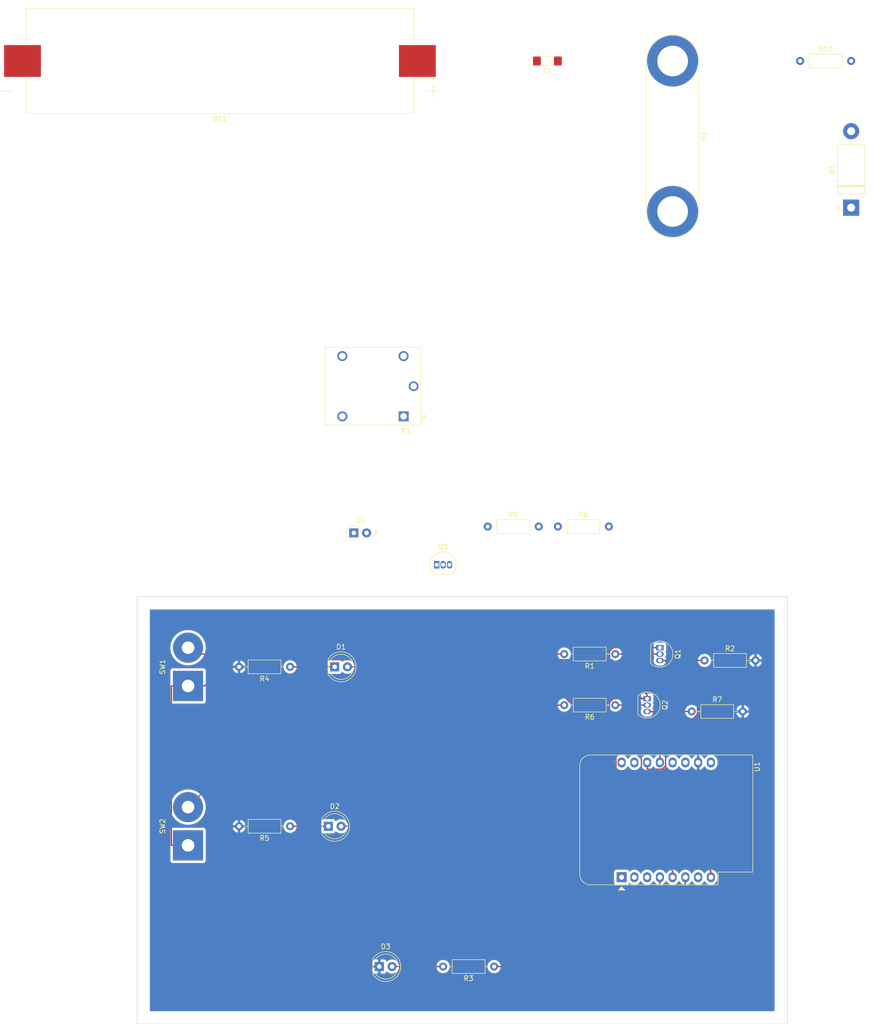
<source format=kicad_pcb>
(kicad_pcb (version 20171130) (host pcbnew "(5.1.5-0-10_14)")

  (general
    (thickness 1.6)
    (drawings 4)
    (tracks 59)
    (zones 0)
    (modules 25)
    (nets 24)
  )

  (page A4)
  (layers
    (0 F.Cu signal)
    (31 B.Cu signal)
    (32 B.Adhes user)
    (33 F.Adhes user)
    (34 B.Paste user)
    (35 F.Paste user)
    (36 B.SilkS user)
    (37 F.SilkS user)
    (38 B.Mask user)
    (39 F.Mask user)
    (40 Dwgs.User user)
    (41 Cmts.User user)
    (42 Eco1.User user)
    (43 Eco2.User user)
    (44 Edge.Cuts user)
    (45 Margin user)
    (46 B.CrtYd user)
    (47 F.CrtYd user)
    (48 B.Fab user)
    (49 F.Fab user)
  )

  (setup
    (last_trace_width 0.25)
    (trace_clearance 0.2)
    (zone_clearance 0.508)
    (zone_45_only no)
    (trace_min 0.2)
    (via_size 0.8)
    (via_drill 0.4)
    (via_min_size 0.4)
    (via_min_drill 0.3)
    (uvia_size 0.3)
    (uvia_drill 0.1)
    (uvias_allowed no)
    (uvia_min_size 0.2)
    (uvia_min_drill 0.1)
    (edge_width 0.05)
    (segment_width 0.2)
    (pcb_text_width 0.3)
    (pcb_text_size 1.5 1.5)
    (mod_edge_width 0.12)
    (mod_text_size 1 1)
    (mod_text_width 0.15)
    (pad_size 1.524 1.524)
    (pad_drill 0.762)
    (pad_to_mask_clearance 0.051)
    (solder_mask_min_width 0.25)
    (aux_axis_origin 0 0)
    (visible_elements FFFFFF7F)
    (pcbplotparams
      (layerselection 0x010fc_ffffffff)
      (usegerberextensions false)
      (usegerberattributes false)
      (usegerberadvancedattributes false)
      (creategerberjobfile false)
      (excludeedgelayer true)
      (linewidth 0.100000)
      (plotframeref false)
      (viasonmask false)
      (mode 1)
      (useauxorigin false)
      (hpglpennumber 1)
      (hpglpenspeed 20)
      (hpglpendiameter 15.000000)
      (psnegative false)
      (psa4output false)
      (plotreference true)
      (plotvalue true)
      (plotinvisibletext false)
      (padsonsilk false)
      (subtractmaskfromsilk false)
      (outputformat 1)
      (mirror false)
      (drillshape 1)
      (scaleselection 1)
      (outputdirectory ""))
  )

  (net 0 "")
  (net 1 "Net-(D1-Pad2)")
  (net 2 "Net-(D2-Pad2)")
  (net 3 "Net-(D3-Pad2)")
  (net 4 "Net-(Q1-Pad1)")
  (net 5 "Net-(Q1-Pad2)")
  (net 6 "Net-(Q2-Pad2)")
  (net 7 "Net-(R1-Pad2)")
  (net 8 "Net-(R6-Pad2)")
  (net 9 "Net-(R3-Pad1)")
  (net 10 "Net-(BT1-Pad2)")
  (net 11 "Net-(BT1-Pad1)")
  (net 12 +5V)
  (net 13 "Net-(D4-Pad2)")
  (net 14 "Net-(D4-Pad1)")
  (net 15 "Net-(D5-Pad2)")
  (net 16 "Net-(D5-Pad1)")
  (net 17 "Net-(F1-Pad1)")
  (net 18 "Net-(Q3-Pad2)")
  (net 19 "Net-(R8-Pad2)")
  (net 20 "Net-(U1-Pad5)")
  (net 21 "Net-(D1-Pad1)")
  (net 22 "Net-(D2-Pad1)")
  (net 23 "Net-(R8-Pad1)")

  (net_class Default "This is the default net class."
    (clearance 0.2)
    (trace_width 0.25)
    (via_dia 0.8)
    (via_drill 0.4)
    (uvia_dia 0.3)
    (uvia_drill 0.1)
    (add_net +5V)
    (add_net "Net-(BT1-Pad1)")
    (add_net "Net-(BT1-Pad2)")
    (add_net "Net-(D1-Pad1)")
    (add_net "Net-(D1-Pad2)")
    (add_net "Net-(D2-Pad1)")
    (add_net "Net-(D2-Pad2)")
    (add_net "Net-(D3-Pad2)")
    (add_net "Net-(D4-Pad1)")
    (add_net "Net-(D4-Pad2)")
    (add_net "Net-(D5-Pad1)")
    (add_net "Net-(D5-Pad2)")
    (add_net "Net-(F1-Pad1)")
    (add_net "Net-(Q1-Pad1)")
    (add_net "Net-(Q1-Pad2)")
    (add_net "Net-(Q2-Pad2)")
    (add_net "Net-(Q3-Pad2)")
    (add_net "Net-(R1-Pad2)")
    (add_net "Net-(R3-Pad1)")
    (add_net "Net-(R6-Pad2)")
    (add_net "Net-(R8-Pad1)")
    (add_net "Net-(R8-Pad2)")
    (add_net "Net-(U1-Pad5)")
  )

  (module Module:WEMOS_D1_mini_light (layer F.Cu) (tedit 5BBFB1CE) (tstamp 5E4F5589)
    (at 179.07 107.95 90)
    (descr "16-pin module, column spacing 22.86 mm (900 mils), https://wiki.wemos.cc/products:d1:d1_mini, https://c1.staticflickr.com/1/734/31400410271_f278b087db_z.jpg")
    (tags "ESP8266 WiFi microcontroller")
    (path /5E4EF27A)
    (fp_text reference U1 (at 22 27 90) (layer F.SilkS)
      (effects (font (size 1 1) (thickness 0.15)))
    )
    (fp_text value WeMos_D1_mini (at 11.7 0 90) (layer F.Fab)
      (effects (font (size 1 1) (thickness 0.15)))
    )
    (fp_text user "No copper" (at 11.43 -3.81 90) (layer Cmts.User)
      (effects (font (size 1 1) (thickness 0.15)))
    )
    (fp_text user "KEEP OUT" (at 11.43 -6.35 90) (layer Cmts.User)
      (effects (font (size 1 1) (thickness 0.15)))
    )
    (fp_arc (start 22.23 -6.21) (end 24.36 -6.21) (angle -90) (layer F.SilkS) (width 0.12))
    (fp_arc (start 0.63 -6.21) (end 0.63 -8.34) (angle -90) (layer F.SilkS) (width 0.12))
    (fp_line (start 1.04 19.22) (end 1.04 26.12) (layer F.SilkS) (width 0.12))
    (fp_line (start -1.5 19.22) (end 1.04 19.22) (layer F.SilkS) (width 0.12))
    (fp_arc (start 22.23 -6.21) (end 24.23 -6.19) (angle -90) (layer F.Fab) (width 0.1))
    (fp_arc (start 0.63 -6.21) (end 0.63 -8.21) (angle -90) (layer F.Fab) (width 0.1))
    (fp_line (start -0.37 0) (end -1.37 -1) (layer F.Fab) (width 0.1))
    (fp_line (start -1.37 1) (end -0.37 0) (layer F.Fab) (width 0.1))
    (fp_line (start -1.37 -6.21) (end -1.37 -1) (layer F.Fab) (width 0.1))
    (fp_line (start 1.17 19.09) (end 1.17 25.99) (layer F.Fab) (width 0.1))
    (fp_line (start -1.37 19.09) (end 1.17 19.09) (layer F.Fab) (width 0.1))
    (fp_line (start -1.35 -7.4) (end -0.55 -8.2) (layer Dwgs.User) (width 0.1))
    (fp_line (start -1.3 -5.45) (end 1.45 -8.2) (layer Dwgs.User) (width 0.1))
    (fp_line (start -1.35 -3.4) (end 3.45 -8.2) (layer Dwgs.User) (width 0.1))
    (fp_line (start 22.65 -1.4) (end 24.25 -3) (layer Dwgs.User) (width 0.1))
    (fp_line (start 20.65 -1.4) (end 24.25 -5) (layer Dwgs.User) (width 0.1))
    (fp_line (start 18.65 -1.4) (end 24.25 -7) (layer Dwgs.User) (width 0.1))
    (fp_line (start 16.65 -1.4) (end 23.45 -8.2) (layer Dwgs.User) (width 0.1))
    (fp_line (start 14.65 -1.4) (end 21.45 -8.2) (layer Dwgs.User) (width 0.1))
    (fp_line (start 12.65 -1.4) (end 19.45 -8.2) (layer Dwgs.User) (width 0.1))
    (fp_line (start 10.65 -1.4) (end 17.45 -8.2) (layer Dwgs.User) (width 0.1))
    (fp_line (start 8.65 -1.4) (end 15.45 -8.2) (layer Dwgs.User) (width 0.1))
    (fp_line (start 6.65 -1.4) (end 13.45 -8.2) (layer Dwgs.User) (width 0.1))
    (fp_line (start 4.65 -1.4) (end 11.45 -8.2) (layer Dwgs.User) (width 0.1))
    (fp_line (start 2.65 -1.4) (end 9.45 -8.2) (layer Dwgs.User) (width 0.1))
    (fp_line (start 0.65 -1.4) (end 7.45 -8.2) (layer Dwgs.User) (width 0.1))
    (fp_line (start -1.35 -1.4) (end 5.45 -8.2) (layer Dwgs.User) (width 0.1))
    (fp_line (start -1.35 -8.2) (end -1.35 -1.4) (layer Dwgs.User) (width 0.1))
    (fp_line (start 24.25 -8.2) (end -1.35 -8.2) (layer Dwgs.User) (width 0.1))
    (fp_line (start 24.25 -1.4) (end 24.25 -8.2) (layer Dwgs.User) (width 0.1))
    (fp_line (start -1.35 -1.4) (end 24.25 -1.4) (layer Dwgs.User) (width 0.1))
    (fp_poly (pts (xy -2.54 -0.635) (xy -2.54 0.635) (xy -1.905 0)) (layer F.SilkS) (width 0.15))
    (fp_line (start -1.62 26.24) (end -1.62 -8.46) (layer F.CrtYd) (width 0.05))
    (fp_line (start 24.48 26.24) (end -1.62 26.24) (layer F.CrtYd) (width 0.05))
    (fp_line (start 24.48 -8.41) (end 24.48 26.24) (layer F.CrtYd) (width 0.05))
    (fp_line (start -1.62 -8.46) (end 24.48 -8.46) (layer F.CrtYd) (width 0.05))
    (fp_text user %R (at 11.43 10 90) (layer F.Fab)
      (effects (font (size 1 1) (thickness 0.15)))
    )
    (fp_line (start -1.37 1) (end -1.37 19.09) (layer F.Fab) (width 0.1))
    (fp_line (start 22.23 -8.21) (end 0.63 -8.21) (layer F.Fab) (width 0.1))
    (fp_line (start 24.23 25.99) (end 24.23 -6.21) (layer F.Fab) (width 0.1))
    (fp_line (start 1.17 25.99) (end 24.23 25.99) (layer F.Fab) (width 0.1))
    (fp_line (start 22.24 -8.34) (end 0.63 -8.34) (layer F.SilkS) (width 0.12))
    (fp_line (start 24.36 26.12) (end 24.36 -6.21) (layer F.SilkS) (width 0.12))
    (fp_line (start -1.5 19.22) (end -1.5 -6.21) (layer F.SilkS) (width 0.12))
    (fp_line (start 1.04 26.12) (end 24.36 26.12) (layer F.SilkS) (width 0.12))
    (pad 16 thru_hole oval (at 22.86 0 90) (size 2 1.6) (drill 1) (layers *.Cu *.Mask))
    (pad 15 thru_hole oval (at 22.86 2.54 90) (size 2 1.6) (drill 1) (layers *.Cu *.Mask))
    (pad 14 thru_hole oval (at 22.86 5.08 90) (size 2 1.6) (drill 1) (layers *.Cu *.Mask)
      (net 1 "Net-(D1-Pad2)"))
    (pad 13 thru_hole oval (at 22.86 7.62 90) (size 2 1.6) (drill 1) (layers *.Cu *.Mask)
      (net 2 "Net-(D2-Pad2)"))
    (pad 12 thru_hole oval (at 22.86 10.16 90) (size 2 1.6) (drill 1) (layers *.Cu *.Mask))
    (pad 11 thru_hole oval (at 22.86 12.7 90) (size 2 1.6) (drill 1) (layers *.Cu *.Mask))
    (pad 10 thru_hole oval (at 22.86 15.24 90) (size 2 1.6) (drill 1) (layers *.Cu *.Mask)
      (net 12 +5V))
    (pad 9 thru_hole oval (at 22.86 17.78 90) (size 2 1.6) (drill 1) (layers *.Cu *.Mask))
    (pad 8 thru_hole oval (at 0 17.78 90) (size 2 1.6) (drill 1) (layers *.Cu *.Mask)
      (net 4 "Net-(Q1-Pad1)"))
    (pad 7 thru_hole oval (at 0 15.24 90) (size 2 1.6) (drill 1) (layers *.Cu *.Mask))
    (pad 6 thru_hole oval (at 0 12.7 90) (size 2 1.6) (drill 1) (layers *.Cu *.Mask)
      (net 9 "Net-(R3-Pad1)"))
    (pad 5 thru_hole oval (at 0 10.16 90) (size 2 1.6) (drill 1) (layers *.Cu *.Mask))
    (pad 4 thru_hole oval (at 0 7.62 90) (size 2 1.6) (drill 1) (layers *.Cu *.Mask))
    (pad 3 thru_hole oval (at 0 5.08 90) (size 2 1.6) (drill 1) (layers *.Cu *.Mask)
      (net 19 "Net-(R8-Pad2)"))
    (pad 1 thru_hole rect (at 0 0 90) (size 2 2) (drill 1) (layers *.Cu *.Mask))
    (pad 2 thru_hole oval (at 0 2.54 90) (size 2 1.6) (drill 1) (layers *.Cu *.Mask))
    (model ${KISYS3DMOD}/Module.3dshapes/WEMOS_D1_mini_light.wrl
      (at (xyz 0 0 0))
      (scale (xyz 1 1 1))
      (rotate (xyz 0 0 0))
    )
    (model ${KISYS3DMOD}/Connector_PinHeader_2.54mm.3dshapes/PinHeader_1x08_P2.54mm_Vertical.wrl
      (offset (xyz 0 0 9.5))
      (scale (xyz 1 1 1))
      (rotate (xyz 0 -180 0))
    )
    (model ${KISYS3DMOD}/Connector_PinHeader_2.54mm.3dshapes/PinHeader_1x08_P2.54mm_Vertical.wrl
      (offset (xyz 22.86 0 9.5))
      (scale (xyz 1 1 1))
      (rotate (xyz 0 -180 0))
    )
    (model ${KISYS3DMOD}/Connector_PinSocket_2.54mm.3dshapes/PinSocket_1x08_P2.54mm_Vertical.wrl
      (at (xyz 0 0 0))
      (scale (xyz 1 1 1))
      (rotate (xyz 0 0 0))
    )
    (model ${KISYS3DMOD}/Connector_PinSocket_2.54mm.3dshapes/PinSocket_1x08_P2.54mm_Vertical.wrl
      (offset (xyz 22.86 0 0))
      (scale (xyz 1 1 1))
      (rotate (xyz 0 0 0))
    )
  )

  (module Resistor_THT:R_Axial_DIN0207_L6.3mm_D2.5mm_P10.16mm_Horizontal (layer F.Cu) (tedit 5AE5139B) (tstamp 618E0A41)
    (at 214.63 -54.61)
    (descr "Resistor, Axial_DIN0207 series, Axial, Horizontal, pin pitch=10.16mm, 0.25W = 1/4W, length*diameter=6.3*2.5mm^2, http://cdn-reichelt.de/documents/datenblatt/B400/1_4W%23YAG.pdf")
    (tags "Resistor Axial_DIN0207 series Axial Horizontal pin pitch 10.16mm 0.25W = 1/4W length 6.3mm diameter 2.5mm")
    (path /6196B1BC)
    (fp_text reference R10 (at 5.08 -2.37) (layer F.SilkS)
      (effects (font (size 1 1) (thickness 0.15)))
    )
    (fp_text value 2.2kΩ (at 5.08 2.37) (layer F.Fab)
      (effects (font (size 1 1) (thickness 0.15)))
    )
    (fp_text user %R (at 5.08 0) (layer F.Fab)
      (effects (font (size 1 1) (thickness 0.15)))
    )
    (fp_line (start 11.21 -1.5) (end -1.05 -1.5) (layer F.CrtYd) (width 0.05))
    (fp_line (start 11.21 1.5) (end 11.21 -1.5) (layer F.CrtYd) (width 0.05))
    (fp_line (start -1.05 1.5) (end 11.21 1.5) (layer F.CrtYd) (width 0.05))
    (fp_line (start -1.05 -1.5) (end -1.05 1.5) (layer F.CrtYd) (width 0.05))
    (fp_line (start 9.12 0) (end 8.35 0) (layer F.SilkS) (width 0.12))
    (fp_line (start 1.04 0) (end 1.81 0) (layer F.SilkS) (width 0.12))
    (fp_line (start 8.35 -1.37) (end 1.81 -1.37) (layer F.SilkS) (width 0.12))
    (fp_line (start 8.35 1.37) (end 8.35 -1.37) (layer F.SilkS) (width 0.12))
    (fp_line (start 1.81 1.37) (end 8.35 1.37) (layer F.SilkS) (width 0.12))
    (fp_line (start 1.81 -1.37) (end 1.81 1.37) (layer F.SilkS) (width 0.12))
    (fp_line (start 10.16 0) (end 8.23 0) (layer F.Fab) (width 0.1))
    (fp_line (start 0 0) (end 1.93 0) (layer F.Fab) (width 0.1))
    (fp_line (start 8.23 -1.25) (end 1.93 -1.25) (layer F.Fab) (width 0.1))
    (fp_line (start 8.23 1.25) (end 8.23 -1.25) (layer F.Fab) (width 0.1))
    (fp_line (start 1.93 1.25) (end 8.23 1.25) (layer F.Fab) (width 0.1))
    (fp_line (start 1.93 -1.25) (end 1.93 1.25) (layer F.Fab) (width 0.1))
    (pad 2 thru_hole oval (at 10.16 0) (size 1.6 1.6) (drill 0.8) (layers *.Cu *.Mask)
      (net 15 "Net-(D5-Pad2)"))
    (pad 1 thru_hole circle (at 0 0) (size 1.6 1.6) (drill 0.8) (layers *.Cu *.Mask)
      (net 17 "Net-(F1-Pad1)"))
    (model ${KISYS3DMOD}/Resistor_THT.3dshapes/R_Axial_DIN0207_L6.3mm_D2.5mm_P10.16mm_Horizontal.wrl
      (at (xyz 0 0 0))
      (scale (xyz 1 1 1))
      (rotate (xyz 0 0 0))
    )
  )

  (module Resistor_THT:R_Axial_DIN0207_L6.3mm_D2.5mm_P10.16mm_Horizontal (layer F.Cu) (tedit 5AE5139B) (tstamp 6205E377)
    (at 152.4 38.1)
    (descr "Resistor, Axial_DIN0207 series, Axial, Horizontal, pin pitch=10.16mm, 0.25W = 1/4W, length*diameter=6.3*2.5mm^2, http://cdn-reichelt.de/documents/datenblatt/B400/1_4W%23YAG.pdf")
    (tags "Resistor Axial_DIN0207 series Axial Horizontal pin pitch 10.16mm 0.25W = 1/4W length 6.3mm diameter 2.5mm")
    (path /6191AA0D)
    (fp_text reference R9 (at 5.08 -2.37) (layer F.SilkS)
      (effects (font (size 1 1) (thickness 0.15)))
    )
    (fp_text value 1kΩ (at 5.08 2.37) (layer F.Fab)
      (effects (font (size 1 1) (thickness 0.15)))
    )
    (fp_text user %R (at 5.08 0) (layer F.Fab)
      (effects (font (size 1 1) (thickness 0.15)))
    )
    (fp_line (start 11.21 -1.5) (end -1.05 -1.5) (layer F.CrtYd) (width 0.05))
    (fp_line (start 11.21 1.5) (end 11.21 -1.5) (layer F.CrtYd) (width 0.05))
    (fp_line (start -1.05 1.5) (end 11.21 1.5) (layer F.CrtYd) (width 0.05))
    (fp_line (start -1.05 -1.5) (end -1.05 1.5) (layer F.CrtYd) (width 0.05))
    (fp_line (start 9.12 0) (end 8.35 0) (layer F.SilkS) (width 0.12))
    (fp_line (start 1.04 0) (end 1.81 0) (layer F.SilkS) (width 0.12))
    (fp_line (start 8.35 -1.37) (end 1.81 -1.37) (layer F.SilkS) (width 0.12))
    (fp_line (start 8.35 1.37) (end 8.35 -1.37) (layer F.SilkS) (width 0.12))
    (fp_line (start 1.81 1.37) (end 8.35 1.37) (layer F.SilkS) (width 0.12))
    (fp_line (start 1.81 -1.37) (end 1.81 1.37) (layer F.SilkS) (width 0.12))
    (fp_line (start 10.16 0) (end 8.23 0) (layer F.Fab) (width 0.1))
    (fp_line (start 0 0) (end 1.93 0) (layer F.Fab) (width 0.1))
    (fp_line (start 8.23 -1.25) (end 1.93 -1.25) (layer F.Fab) (width 0.1))
    (fp_line (start 8.23 1.25) (end 8.23 -1.25) (layer F.Fab) (width 0.1))
    (fp_line (start 1.93 1.25) (end 8.23 1.25) (layer F.Fab) (width 0.1))
    (fp_line (start 1.93 -1.25) (end 1.93 1.25) (layer F.Fab) (width 0.1))
    (pad 2 thru_hole oval (at 10.16 0) (size 1.6 1.6) (drill 0.8) (layers *.Cu *.Mask)
      (net 23 "Net-(R8-Pad1)"))
    (pad 1 thru_hole circle (at 0 0) (size 1.6 1.6) (drill 0.8) (layers *.Cu *.Mask)
      (net 18 "Net-(Q3-Pad2)"))
    (model ${KISYS3DMOD}/Resistor_THT.3dshapes/R_Axial_DIN0207_L6.3mm_D2.5mm_P10.16mm_Horizontal.wrl
      (at (xyz 0 0 0))
      (scale (xyz 1 1 1))
      (rotate (xyz 0 0 0))
    )
  )

  (module Resistor_THT:R_Axial_DIN0207_L6.3mm_D2.5mm_P10.16mm_Horizontal (layer F.Cu) (tedit 5AE5139B) (tstamp 6205E63C)
    (at 166.37 38.1)
    (descr "Resistor, Axial_DIN0207 series, Axial, Horizontal, pin pitch=10.16mm, 0.25W = 1/4W, length*diameter=6.3*2.5mm^2, http://cdn-reichelt.de/documents/datenblatt/B400/1_4W%23YAG.pdf")
    (tags "Resistor Axial_DIN0207 series Axial Horizontal pin pitch 10.16mm 0.25W = 1/4W length 6.3mm diameter 2.5mm")
    (path /6190A448)
    (fp_text reference R8 (at 5.08 -2.37) (layer F.SilkS)
      (effects (font (size 1 1) (thickness 0.15)))
    )
    (fp_text value 1kΩ (at 5.08 2.37) (layer F.Fab)
      (effects (font (size 1 1) (thickness 0.15)))
    )
    (fp_text user %R (at 5.08 0) (layer F.Fab)
      (effects (font (size 1 1) (thickness 0.15)))
    )
    (fp_line (start 11.21 -1.5) (end -1.05 -1.5) (layer F.CrtYd) (width 0.05))
    (fp_line (start 11.21 1.5) (end 11.21 -1.5) (layer F.CrtYd) (width 0.05))
    (fp_line (start -1.05 1.5) (end 11.21 1.5) (layer F.CrtYd) (width 0.05))
    (fp_line (start -1.05 -1.5) (end -1.05 1.5) (layer F.CrtYd) (width 0.05))
    (fp_line (start 9.12 0) (end 8.35 0) (layer F.SilkS) (width 0.12))
    (fp_line (start 1.04 0) (end 1.81 0) (layer F.SilkS) (width 0.12))
    (fp_line (start 8.35 -1.37) (end 1.81 -1.37) (layer F.SilkS) (width 0.12))
    (fp_line (start 8.35 1.37) (end 8.35 -1.37) (layer F.SilkS) (width 0.12))
    (fp_line (start 1.81 1.37) (end 8.35 1.37) (layer F.SilkS) (width 0.12))
    (fp_line (start 1.81 -1.37) (end 1.81 1.37) (layer F.SilkS) (width 0.12))
    (fp_line (start 10.16 0) (end 8.23 0) (layer F.Fab) (width 0.1))
    (fp_line (start 0 0) (end 1.93 0) (layer F.Fab) (width 0.1))
    (fp_line (start 8.23 -1.25) (end 1.93 -1.25) (layer F.Fab) (width 0.1))
    (fp_line (start 8.23 1.25) (end 8.23 -1.25) (layer F.Fab) (width 0.1))
    (fp_line (start 1.93 1.25) (end 8.23 1.25) (layer F.Fab) (width 0.1))
    (fp_line (start 1.93 -1.25) (end 1.93 1.25) (layer F.Fab) (width 0.1))
    (pad 2 thru_hole oval (at 10.16 0) (size 1.6 1.6) (drill 0.8) (layers *.Cu *.Mask)
      (net 19 "Net-(R8-Pad2)"))
    (pad 1 thru_hole circle (at 0 0) (size 1.6 1.6) (drill 0.8) (layers *.Cu *.Mask)
      (net 23 "Net-(R8-Pad1)"))
    (model ${KISYS3DMOD}/Resistor_THT.3dshapes/R_Axial_DIN0207_L6.3mm_D2.5mm_P10.16mm_Horizontal.wrl
      (at (xyz 0 0 0))
      (scale (xyz 1 1 1))
      (rotate (xyz 0 0 0))
    )
  )

  (module Package_TO_SOT_THT:TO-92_Inline (layer F.Cu) (tedit 5A1DD157) (tstamp 6205E69C)
    (at 142.24 45.72)
    (descr "TO-92 leads in-line, narrow, oval pads, drill 0.75mm (see NXP sot054_po.pdf)")
    (tags "to-92 sc-43 sc-43a sot54 PA33 transistor")
    (path /6193208C)
    (fp_text reference Q3 (at 1.27 -3.56) (layer F.SilkS)
      (effects (font (size 1 1) (thickness 0.15)))
    )
    (fp_text value BC547 (at 1.27 2.79) (layer F.Fab)
      (effects (font (size 1 1) (thickness 0.15)))
    )
    (fp_arc (start 1.27 0) (end 1.27 -2.6) (angle 135) (layer F.SilkS) (width 0.12))
    (fp_arc (start 1.27 0) (end 1.27 -2.48) (angle -135) (layer F.Fab) (width 0.1))
    (fp_arc (start 1.27 0) (end 1.27 -2.6) (angle -135) (layer F.SilkS) (width 0.12))
    (fp_arc (start 1.27 0) (end 1.27 -2.48) (angle 135) (layer F.Fab) (width 0.1))
    (fp_line (start 4 2.01) (end -1.46 2.01) (layer F.CrtYd) (width 0.05))
    (fp_line (start 4 2.01) (end 4 -2.73) (layer F.CrtYd) (width 0.05))
    (fp_line (start -1.46 -2.73) (end -1.46 2.01) (layer F.CrtYd) (width 0.05))
    (fp_line (start -1.46 -2.73) (end 4 -2.73) (layer F.CrtYd) (width 0.05))
    (fp_line (start -0.5 1.75) (end 3 1.75) (layer F.Fab) (width 0.1))
    (fp_line (start -0.53 1.85) (end 3.07 1.85) (layer F.SilkS) (width 0.12))
    (fp_text user %R (at 1.27 -3.56) (layer F.Fab)
      (effects (font (size 1 1) (thickness 0.15)))
    )
    (pad 1 thru_hole rect (at 0 0) (size 1.05 1.5) (drill 0.75) (layers *.Cu *.Mask)
      (net 13 "Net-(D4-Pad2)"))
    (pad 3 thru_hole oval (at 2.54 0) (size 1.05 1.5) (drill 0.75) (layers *.Cu *.Mask)
      (net 12 +5V))
    (pad 2 thru_hole oval (at 1.27 0) (size 1.05 1.5) (drill 0.75) (layers *.Cu *.Mask)
      (net 18 "Net-(Q3-Pad2)"))
    (model ${KISYS3DMOD}/Package_TO_SOT_THT.3dshapes/TO-92_Inline.wrl
      (at (xyz 0 0 0))
      (scale (xyz 1 1 1))
      (rotate (xyz 0 0 0))
    )
  )

  (module Connector:Banana_Jack_2Pin (layer F.Cu) (tedit 5A1AB217) (tstamp 618E0900)
    (at 189.23 -54.61 270)
    (descr "Dual banana socket, footprint - 2 x 6mm drills")
    (tags "banana socket")
    (path /6196066A)
    (fp_text reference M1 (at 14.985 -6.24 90) (layer F.SilkS)
      (effects (font (size 1 1) (thickness 0.15)))
    )
    (fp_text value Motor_DC (at 14.985 6.29 90) (layer F.Fab)
      (effects (font (size 1 1) (thickness 0.15)))
    )
    (fp_arc (start 0 0) (end 0 5.25) (angle 180) (layer F.SilkS) (width 0.12))
    (fp_arc (start 30 0) (end 30 -5.25) (angle 180) (layer F.SilkS) (width 0.12))
    (fp_arc (start 30 0) (end 30 -5.5) (angle 180) (layer F.CrtYd) (width 0.05))
    (fp_arc (start 0 0) (end 0 5.5) (angle 180) (layer F.CrtYd) (width 0.05))
    (fp_circle (center 30 0) (end 34.75 0) (layer F.Fab) (width 0.1))
    (fp_circle (center 0 0) (end 4.75 0) (layer F.Fab) (width 0.1))
    (fp_circle (center 0 0) (end 2 0) (layer F.Fab) (width 0.1))
    (fp_circle (center 30 0) (end 32 0) (layer F.Fab) (width 0.1))
    (fp_line (start 30 -5.25) (end 0 -5.25) (layer F.SilkS) (width 0.12))
    (fp_line (start 0 5.25) (end 30 5.25) (layer F.SilkS) (width 0.12))
    (fp_line (start 0 5.5) (end 30 5.5) (layer F.CrtYd) (width 0.05))
    (fp_line (start 30 -5.5) (end 0 -5.5) (layer F.CrtYd) (width 0.05))
    (fp_text user %R (at 14.985 0 90) (layer F.Fab)
      (effects (font (size 1 1) (thickness 0.15)))
    )
    (pad 2 thru_hole circle (at 29.97 0 270) (size 10.16 10.16) (drill 6.1) (layers *.Cu *.Mask)
      (net 16 "Net-(D5-Pad1)"))
    (pad 1 thru_hole circle (at 0 0 270) (size 10.16 10.16) (drill 6.1) (layers *.Cu *.Mask)
      (net 17 "Net-(F1-Pad1)"))
    (model ${KISYS3DMOD}/Connector.3dshapes/Banana_Jack_2Pin.wrl
      (offset (xyz 14.98599977493286 0 0))
      (scale (xyz 2 2 2))
      (rotate (xyz 0 0 0))
    )
  )

  (module SRD-05VDC-SL-C:RELAY_SRD-05VDC-SL-C (layer F.Cu) (tedit 618D90AD) (tstamp 618E08ED)
    (at 129.54 10.16 180)
    (path /61905479)
    (fp_text reference K1 (at -6.62563 -8.83584) (layer F.SilkS)
      (effects (font (size 1.000094 1.000094) (thickness 0.15)))
    )
    (fp_text value SRD-05VDC-SL-C (at 2.90086 8.667695) (layer F.Fab)
      (effects (font (size 1.000307 1.000307) (thickness 0.15)))
    )
    (fp_circle (center -10.2 -6.119) (end -10.1 -6.119) (layer F.SilkS) (width 0.3))
    (fp_line (start 9.8 8) (end -9.8 8) (layer F.CrtYd) (width 0.05))
    (fp_line (start 9.8 -8) (end 9.8 8) (layer F.CrtYd) (width 0.05))
    (fp_line (start -9.8 -8) (end 9.8 -8) (layer F.CrtYd) (width 0.05))
    (fp_line (start -9.8 8) (end -9.8 -8) (layer F.CrtYd) (width 0.05))
    (fp_line (start 9.55 7.75) (end -9.55 7.75) (layer F.Fab) (width 0.127))
    (fp_line (start 9.55 -7.75) (end 9.55 7.75) (layer F.Fab) (width 0.127))
    (fp_line (start -9.55 -7.75) (end 9.55 -7.75) (layer F.Fab) (width 0.127))
    (fp_line (start -9.55 7.75) (end -9.55 -7.75) (layer F.Fab) (width 0.127))
    (fp_line (start 9.55 7.75) (end -9.55 7.75) (layer F.SilkS) (width 0.127))
    (fp_line (start 9.55 -7.75) (end 9.55 7.75) (layer F.SilkS) (width 0.127))
    (fp_line (start -9.55 -7.75) (end 9.55 -7.75) (layer F.SilkS) (width 0.127))
    (fp_line (start -9.55 7.75) (end -9.55 -7.75) (layer F.SilkS) (width 0.127))
    (pad NC thru_hole circle (at 6.1 -6 180) (size 1.98 1.98) (drill 1.32) (layers *.Cu *.Mask))
    (pad NO thru_hole circle (at 6.1 6 180) (size 1.98 1.98) (drill 1.32) (layers *.Cu *.Mask)
      (net 10 "Net-(BT1-Pad2)"))
    (pad A2 thru_hole circle (at -6.1 6 180) (size 1.98 1.98) (drill 1.32) (layers *.Cu *.Mask)
      (net 13 "Net-(D4-Pad2)"))
    (pad COM thru_hole circle (at -8.1 0 180) (size 1.935 1.935) (drill 1.29) (layers *.Cu *.Mask)
      (net 16 "Net-(D5-Pad1)"))
    (pad A1 thru_hole rect (at -6.1 -6 180) (size 1.98 1.98) (drill 1.32) (layers *.Cu *.Mask)
      (net 14 "Net-(D4-Pad1)"))
    (model /Users/JonPetter/Documents/KiCad/componentLib/SRD-05VDC-SL-C/SRD-05VDC-SL-C.step
      (offset (xyz 9 7.5 0))
      (scale (xyz 1 1 1))
      (rotate (xyz 0 0 -180))
    )
  )

  (module Fuse:Fuse_1806_4516Metric_Pad1.57x1.80mm_HandSolder (layer F.Cu) (tedit 5B301BBE) (tstamp 618E08D7)
    (at 164.2825 -54.61 180)
    (descr "Fuse SMD 1806 (4516 Metric), square (rectangular) end terminal, IPC_7351 nominal with elongated pad for handsoldering. (Body size source: https://www.modelithics.com/models/Vendor/MuRata/BLM41P.pdf), generated with kicad-footprint-generator")
    (tags "resistor handsolder")
    (path /61964673)
    (attr smd)
    (fp_text reference F1 (at 0 -1.85) (layer F.SilkS)
      (effects (font (size 1 1) (thickness 0.15)))
    )
    (fp_text value Fuse (at 0 1.85) (layer F.Fab)
      (effects (font (size 1 1) (thickness 0.15)))
    )
    (fp_text user %R (at 0 0 270) (layer F.Fab)
      (effects (font (size 1 1) (thickness 0.15)))
    )
    (fp_line (start 3.12 1.15) (end -3.12 1.15) (layer F.CrtYd) (width 0.05))
    (fp_line (start 3.12 -1.15) (end 3.12 1.15) (layer F.CrtYd) (width 0.05))
    (fp_line (start -3.12 -1.15) (end 3.12 -1.15) (layer F.CrtYd) (width 0.05))
    (fp_line (start -3.12 1.15) (end -3.12 -1.15) (layer F.CrtYd) (width 0.05))
    (fp_line (start -1.111252 0.91) (end 1.111252 0.91) (layer F.SilkS) (width 0.12))
    (fp_line (start -1.111252 -0.91) (end 1.111252 -0.91) (layer F.SilkS) (width 0.12))
    (fp_line (start 2.25 0.8) (end -2.25 0.8) (layer F.Fab) (width 0.1))
    (fp_line (start 2.25 -0.8) (end 2.25 0.8) (layer F.Fab) (width 0.1))
    (fp_line (start -2.25 -0.8) (end 2.25 -0.8) (layer F.Fab) (width 0.1))
    (fp_line (start -2.25 0.8) (end -2.25 -0.8) (layer F.Fab) (width 0.1))
    (pad 2 smd roundrect (at 2.0875 0 180) (size 1.575 1.8) (layers F.Cu F.Paste F.Mask) (roundrect_rratio 0.15873)
      (net 11 "Net-(BT1-Pad1)"))
    (pad 1 smd roundrect (at -2.0875 0 180) (size 1.575 1.8) (layers F.Cu F.Paste F.Mask) (roundrect_rratio 0.15873)
      (net 17 "Net-(F1-Pad1)"))
    (model ${KISYS3DMOD}/Fuse.3dshapes/Fuse_1806_4516Metric.wrl
      (at (xyz 0 0 0))
      (scale (xyz 1 1 1))
      (rotate (xyz 0 0 0))
    )
  )

  (module Diode_THT:D_DO-201AD_P15.24mm_Horizontal (layer F.Cu) (tedit 5AE50CD5) (tstamp 618E08C6)
    (at 224.79 -25.4 90)
    (descr "Diode, DO-201AD series, Axial, Horizontal, pin pitch=15.24mm, , length*diameter=9.5*5.2mm^2, , http://www.diodes.com/_files/packages/DO-201AD.pdf")
    (tags "Diode DO-201AD series Axial Horizontal pin pitch 15.24mm  length 9.5mm diameter 5.2mm")
    (path /6196E4FC)
    (fp_text reference D5 (at 7.62 -3.72 90) (layer F.SilkS)
      (effects (font (size 1 1) (thickness 0.15)))
    )
    (fp_text value LED (at 7.62 3.72 90) (layer F.Fab)
      (effects (font (size 1 1) (thickness 0.15)))
    )
    (fp_text user K (at 0 -2.6 90) (layer F.SilkS)
      (effects (font (size 1 1) (thickness 0.15)))
    )
    (fp_text user K (at 0 -2.6 90) (layer F.Fab)
      (effects (font (size 1 1) (thickness 0.15)))
    )
    (fp_text user %R (at 8.3325 0 90) (layer F.Fab)
      (effects (font (size 1 1) (thickness 0.15)))
    )
    (fp_line (start 17.09 -2.85) (end -1.85 -2.85) (layer F.CrtYd) (width 0.05))
    (fp_line (start 17.09 2.85) (end 17.09 -2.85) (layer F.CrtYd) (width 0.05))
    (fp_line (start -1.85 2.85) (end 17.09 2.85) (layer F.CrtYd) (width 0.05))
    (fp_line (start -1.85 -2.85) (end -1.85 2.85) (layer F.CrtYd) (width 0.05))
    (fp_line (start 4.175 -2.72) (end 4.175 2.72) (layer F.SilkS) (width 0.12))
    (fp_line (start 4.415 -2.72) (end 4.415 2.72) (layer F.SilkS) (width 0.12))
    (fp_line (start 4.295 -2.72) (end 4.295 2.72) (layer F.SilkS) (width 0.12))
    (fp_line (start 13.4 0) (end 12.49 0) (layer F.SilkS) (width 0.12))
    (fp_line (start 1.84 0) (end 2.75 0) (layer F.SilkS) (width 0.12))
    (fp_line (start 12.49 -2.72) (end 2.75 -2.72) (layer F.SilkS) (width 0.12))
    (fp_line (start 12.49 2.72) (end 12.49 -2.72) (layer F.SilkS) (width 0.12))
    (fp_line (start 2.75 2.72) (end 12.49 2.72) (layer F.SilkS) (width 0.12))
    (fp_line (start 2.75 -2.72) (end 2.75 2.72) (layer F.SilkS) (width 0.12))
    (fp_line (start 4.195 -2.6) (end 4.195 2.6) (layer F.Fab) (width 0.1))
    (fp_line (start 4.395 -2.6) (end 4.395 2.6) (layer F.Fab) (width 0.1))
    (fp_line (start 4.295 -2.6) (end 4.295 2.6) (layer F.Fab) (width 0.1))
    (fp_line (start 15.24 0) (end 12.37 0) (layer F.Fab) (width 0.1))
    (fp_line (start 0 0) (end 2.87 0) (layer F.Fab) (width 0.1))
    (fp_line (start 12.37 -2.6) (end 2.87 -2.6) (layer F.Fab) (width 0.1))
    (fp_line (start 12.37 2.6) (end 12.37 -2.6) (layer F.Fab) (width 0.1))
    (fp_line (start 2.87 2.6) (end 12.37 2.6) (layer F.Fab) (width 0.1))
    (fp_line (start 2.87 -2.6) (end 2.87 2.6) (layer F.Fab) (width 0.1))
    (pad 2 thru_hole oval (at 15.24 0 90) (size 3.2 3.2) (drill 1.6) (layers *.Cu *.Mask)
      (net 15 "Net-(D5-Pad2)"))
    (pad 1 thru_hole rect (at 0 0 90) (size 3.2 3.2) (drill 1.6) (layers *.Cu *.Mask)
      (net 16 "Net-(D5-Pad1)"))
    (model ${KISYS3DMOD}/Diode_THT.3dshapes/D_DO-201AD_P15.24mm_Horizontal.wrl
      (at (xyz 0 0 0))
      (scale (xyz 1 1 1))
      (rotate (xyz 0 0 0))
    )
  )

  (module Diode_THT:D_A-405_P2.54mm_Vertical_AnodeUp (layer F.Cu) (tedit 5AE50CD5) (tstamp 618E08A7)
    (at 125.73 39.37)
    (descr "Diode, A-405 series, Axial, Vertical, pin pitch=2.54mm, , length*diameter=5.2*2.7mm^2, , http://www.diodes.com/_files/packages/A-405.pdf")
    (tags "Diode A-405 series Axial Vertical pin pitch 2.54mm  length 5.2mm diameter 2.7mm")
    (path /61942A2F)
    (fp_text reference D4 (at 1.27 -2.47) (layer F.SilkS)
      (effects (font (size 1 1) (thickness 0.15)))
    )
    (fp_text value STPS3L60RL (at 1.27 3.359) (layer F.Fab)
      (effects (font (size 1 1) (thickness 0.15)))
    )
    (fp_text user A (at 4.44 0) (layer F.SilkS)
      (effects (font (size 1 1) (thickness 0.15)))
    )
    (fp_text user A (at 4.44 0) (layer F.Fab)
      (effects (font (size 1 1) (thickness 0.15)))
    )
    (fp_text user %R (at 1.27 -2.47) (layer F.Fab)
      (effects (font (size 1 1) (thickness 0.15)))
    )
    (fp_line (start 3.69 -1.6) (end -1.6 -1.6) (layer F.CrtYd) (width 0.05))
    (fp_line (start 3.69 1.6) (end 3.69 -1.6) (layer F.CrtYd) (width 0.05))
    (fp_line (start -1.6 1.6) (end 3.69 1.6) (layer F.CrtYd) (width 0.05))
    (fp_line (start -1.6 -1.6) (end -1.6 1.6) (layer F.CrtYd) (width 0.05))
    (fp_line (start 0 0) (end 2.54 0) (layer F.Fab) (width 0.1))
    (fp_circle (center 0 0) (end 1.35 0) (layer F.Fab) (width 0.1))
    (fp_arc (start 0 0) (end 1.113239 -0.9) (angle -278.451986) (layer F.SilkS) (width 0.12))
    (pad 2 thru_hole oval (at 2.54 0) (size 1.8 1.8) (drill 0.9) (layers *.Cu *.Mask)
      (net 13 "Net-(D4-Pad2)"))
    (pad 1 thru_hole rect (at 0 0) (size 1.8 1.8) (drill 0.9) (layers *.Cu *.Mask)
      (net 14 "Net-(D4-Pad1)"))
    (model ${KISYS3DMOD}/Diode_THT.3dshapes/D_A-405_P2.54mm_Vertical_AnodeUp.wrl
      (at (xyz 0 0 0))
      (scale (xyz 1 1 1))
      (rotate (xyz 0 0 0))
    )
  )

  (module Battery:BatteryHolder_Keystone_1042_1x18650 (layer F.Cu) (tedit 5A033499) (tstamp 618E0831)
    (at 99.06 -54.61 180)
    (descr "Battery holder for 18650 cylindrical cells http://www.keyelco.com/product.cfm/product_id/918")
    (tags "18650 Keystone 1042 Li-ion")
    (path /61963284)
    (attr smd)
    (fp_text reference BT1 (at 0 -11.5) (layer F.SilkS)
      (effects (font (size 1 1) (thickness 0.15)))
    )
    (fp_text value "Battery 12V" (at 0 11.3) (layer F.Fab)
      (effects (font (size 1 1) (thickness 0.15)))
    )
    (fp_line (start -42.5 -4.75) (end -42.5 -7.25) (layer F.SilkS) (width 0.12))
    (fp_line (start -43.75 -6) (end -41.25 -6) (layer F.SilkS) (width 0.12))
    (fp_line (start -39.03 3.68) (end -43.5 3.68) (layer F.CrtYd) (width 0.05))
    (fp_line (start -43.5 3.68) (end -43.5 -3.68) (layer F.CrtYd) (width 0.05))
    (fp_line (start -43.5 -3.68) (end -39.03 -3.68) (layer F.CrtYd) (width 0.05))
    (fp_line (start 43.5 -3.68) (end 39.03 -3.68) (layer F.CrtYd) (width 0.05))
    (fp_line (start 39.03 3.68) (end 43.5 3.68) (layer F.CrtYd) (width 0.05))
    (fp_line (start -39.03 -10.83) (end -39.03 -3.68) (layer F.CrtYd) (width 0.05))
    (fp_line (start -39.03 10.83) (end -39.03 3.68) (layer F.CrtYd) (width 0.05))
    (fp_line (start 39.03 -10.83) (end 39.03 -3.68) (layer F.CrtYd) (width 0.05))
    (fp_line (start -39.03 -10.83) (end 39.03 -10.83) (layer F.CrtYd) (width 0.05))
    (fp_line (start -39.03 10.83) (end 39.03 10.83) (layer F.CrtYd) (width 0.05))
    (fp_line (start 38.53 -10.33) (end 38.53 10.33) (layer F.Fab) (width 0.1))
    (fp_line (start -33.3675 -10.33) (end 38.53 -10.33) (layer F.Fab) (width 0.1))
    (fp_line (start 43.75 -6) (end 41.25 -6) (layer F.SilkS) (width 0.12))
    (fp_line (start -38.53 -5.1675) (end -38.53 10.33) (layer F.Fab) (width 0.1))
    (fp_line (start -38.53 10.33) (end 38.53 10.33) (layer F.Fab) (width 0.1))
    (fp_line (start 38.64 -3.44) (end 38.64 -10.42) (layer F.SilkS) (width 0.12))
    (fp_line (start 38.64 -10.44) (end -38.64 -10.44) (layer F.SilkS) (width 0.12))
    (fp_line (start -38.64 -10.44) (end -38.64 -3.44) (layer F.SilkS) (width 0.12))
    (fp_line (start 38.64 3.44) (end 38.64 10.44) (layer F.SilkS) (width 0.12))
    (fp_line (start 38.64 10.44) (end -38.64 10.44) (layer F.SilkS) (width 0.12))
    (fp_line (start -38.64 10.44) (end -38.64 3.44) (layer F.SilkS) (width 0.12))
    (fp_text user %R (at 0 0) (layer F.Fab)
      (effects (font (size 1 1) (thickness 0.15)))
    )
    (fp_line (start 39.03 10.83) (end 39.03 3.68) (layer F.CrtYd) (width 0.05))
    (fp_line (start 43.5 3.68) (end 43.5 -3.68) (layer F.CrtYd) (width 0.05))
    (fp_line (start -38.64 -3.44) (end -43 -3.44) (layer F.SilkS) (width 0.12))
    (fp_line (start -33.3675 -10.33) (end -38.53 -5.1675) (layer F.Fab) (width 0.1))
    (pad "" np_thru_hole circle (at -35.93 -8 180) (size 2.39 2.39) (drill 2.39) (layers *.Cu *.Mask))
    (pad "" np_thru_hole circle (at -27.6 8 180) (size 3.45 3.45) (drill 3.45) (layers *.Cu *.Mask))
    (pad "" np_thru_hole circle (at 27.6 -8 180) (size 3.45 3.45) (drill 3.45) (layers *.Cu *.Mask))
    (pad 2 smd rect (at 39.33 0 180) (size 7.34 6.35) (layers F.Cu F.Paste F.Mask)
      (net 10 "Net-(BT1-Pad2)"))
    (pad 1 smd rect (at -39.33 0 180) (size 7.34 6.35) (layers F.Cu F.Paste F.Mask)
      (net 11 "Net-(BT1-Pad1)"))
    (model ${KISYS3DMOD}/Battery.3dshapes/BatteryHolder_Keystone_1042_1x18650.wrl
      (at (xyz 0 0 0))
      (scale (xyz 1 1 1))
      (rotate (xyz 0 0 0))
    )
  )

  (module Connector_Wire:SolderWirePad_1x02_P7.62mm_Drill2.5mm (layer F.Cu) (tedit 5AEE5F2F) (tstamp 5E4F5DA0)
    (at 92.71 101.6 90)
    (descr "Wire solder connection")
    (tags connector)
    (path /5E4FC9EF)
    (attr virtual)
    (fp_text reference SW2 (at 3.81 -5.08 90) (layer F.SilkS)
      (effects (font (size 1 1) (thickness 0.15)))
    )
    (fp_text value SW_Push (at 3.81 4.445 90) (layer F.Fab)
      (effects (font (size 1 1) (thickness 0.15)))
    )
    (fp_line (start 11.12 3.5) (end -3.5 3.5) (layer F.CrtYd) (width 0.05))
    (fp_line (start 11.12 3.5) (end 11.12 -3.5) (layer F.CrtYd) (width 0.05))
    (fp_line (start -3.5 -3.5) (end -3.5 3.5) (layer F.CrtYd) (width 0.05))
    (fp_line (start -3.5 -3.5) (end 11.12 -3.5) (layer F.CrtYd) (width 0.05))
    (fp_text user %R (at 3.81 0 90) (layer F.Fab)
      (effects (font (size 1 1) (thickness 0.15)))
    )
    (pad 2 thru_hole circle (at 7.62 0 90) (size 5.99948 5.99948) (drill 2.49936) (layers *.Cu *.Mask)
      (net 8 "Net-(R6-Pad2)"))
    (pad 1 thru_hole rect (at 0 0 90) (size 5.99948 5.99948) (drill 2.49936) (layers *.Cu *.Mask)
      (net 4 "Net-(Q1-Pad1)"))
  )

  (module Connector_Wire:SolderWirePad_1x02_P7.62mm_Drill2.5mm (layer F.Cu) (tedit 5AEE5F2F) (tstamp 5E4F781F)
    (at 92.71 69.85 90)
    (descr "Wire solder connection")
    (tags connector)
    (path /5E4FD71E)
    (attr virtual)
    (fp_text reference SW1 (at 3.81 -5.08 90) (layer F.SilkS)
      (effects (font (size 1 1) (thickness 0.15)))
    )
    (fp_text value SW_Push (at 3.81 4.445 90) (layer F.Fab)
      (effects (font (size 1 1) (thickness 0.15)))
    )
    (fp_line (start 11.12 3.5) (end -3.5 3.5) (layer F.CrtYd) (width 0.05))
    (fp_line (start 11.12 3.5) (end 11.12 -3.5) (layer F.CrtYd) (width 0.05))
    (fp_line (start -3.5 -3.5) (end -3.5 3.5) (layer F.CrtYd) (width 0.05))
    (fp_line (start -3.5 -3.5) (end 11.12 -3.5) (layer F.CrtYd) (width 0.05))
    (fp_text user %R (at 3.81 0 90) (layer F.Fab)
      (effects (font (size 1 1) (thickness 0.15)))
    )
    (pad 2 thru_hole circle (at 7.62 0 90) (size 5.99948 5.99948) (drill 2.49936) (layers *.Cu *.Mask)
      (net 7 "Net-(R1-Pad2)"))
    (pad 1 thru_hole rect (at 0 0 90) (size 5.99948 5.99948) (drill 2.49936) (layers *.Cu *.Mask)
      (net 4 "Net-(Q1-Pad1)"))
  )

  (module Resistor_THT:R_Axial_DIN0207_L6.3mm_D2.5mm_P10.16mm_Horizontal (layer F.Cu) (tedit 5AE5139B) (tstamp 5E4F5530)
    (at 193.04 74.93)
    (descr "Resistor, Axial_DIN0207 series, Axial, Horizontal, pin pitch=10.16mm, 0.25W = 1/4W, length*diameter=6.3*2.5mm^2, http://cdn-reichelt.de/documents/datenblatt/B400/1_4W%23YAG.pdf")
    (tags "Resistor Axial_DIN0207 series Axial Horizontal pin pitch 10.16mm 0.25W = 1/4W length 6.3mm diameter 2.5mm")
    (path /5E4F0641)
    (fp_text reference R7 (at 5.08 -2.37) (layer F.SilkS)
      (effects (font (size 1 1) (thickness 0.15)))
    )
    (fp_text value 100kΩ (at 5.08 2.37) (layer F.Fab)
      (effects (font (size 1 1) (thickness 0.15)))
    )
    (fp_text user %R (at 5.08 0) (layer F.Fab)
      (effects (font (size 1 1) (thickness 0.15)))
    )
    (fp_line (start 11.21 -1.5) (end -1.05 -1.5) (layer F.CrtYd) (width 0.05))
    (fp_line (start 11.21 1.5) (end 11.21 -1.5) (layer F.CrtYd) (width 0.05))
    (fp_line (start -1.05 1.5) (end 11.21 1.5) (layer F.CrtYd) (width 0.05))
    (fp_line (start -1.05 -1.5) (end -1.05 1.5) (layer F.CrtYd) (width 0.05))
    (fp_line (start 9.12 0) (end 8.35 0) (layer F.SilkS) (width 0.12))
    (fp_line (start 1.04 0) (end 1.81 0) (layer F.SilkS) (width 0.12))
    (fp_line (start 8.35 -1.37) (end 1.81 -1.37) (layer F.SilkS) (width 0.12))
    (fp_line (start 8.35 1.37) (end 8.35 -1.37) (layer F.SilkS) (width 0.12))
    (fp_line (start 1.81 1.37) (end 8.35 1.37) (layer F.SilkS) (width 0.12))
    (fp_line (start 1.81 -1.37) (end 1.81 1.37) (layer F.SilkS) (width 0.12))
    (fp_line (start 10.16 0) (end 8.23 0) (layer F.Fab) (width 0.1))
    (fp_line (start 0 0) (end 1.93 0) (layer F.Fab) (width 0.1))
    (fp_line (start 8.23 -1.25) (end 1.93 -1.25) (layer F.Fab) (width 0.1))
    (fp_line (start 8.23 1.25) (end 8.23 -1.25) (layer F.Fab) (width 0.1))
    (fp_line (start 1.93 1.25) (end 8.23 1.25) (layer F.Fab) (width 0.1))
    (fp_line (start 1.93 -1.25) (end 1.93 1.25) (layer F.Fab) (width 0.1))
    (pad 2 thru_hole oval (at 10.16 0) (size 1.6 1.6) (drill 0.8) (layers *.Cu *.Mask)
      (net 12 +5V))
    (pad 1 thru_hole circle (at 0 0) (size 1.6 1.6) (drill 0.8) (layers *.Cu *.Mask)
      (net 2 "Net-(D2-Pad2)"))
    (model ${KISYS3DMOD}/Resistor_THT.3dshapes/R_Axial_DIN0207_L6.3mm_D2.5mm_P10.16mm_Horizontal.wrl
      (at (xyz 0 0 0))
      (scale (xyz 1 1 1))
      (rotate (xyz 0 0 0))
    )
  )

  (module Resistor_THT:R_Axial_DIN0207_L6.3mm_D2.5mm_P10.16mm_Horizontal (layer F.Cu) (tedit 5AE5139B) (tstamp 5E4F5E0C)
    (at 177.8 73.66 180)
    (descr "Resistor, Axial_DIN0207 series, Axial, Horizontal, pin pitch=10.16mm, 0.25W = 1/4W, length*diameter=6.3*2.5mm^2, http://cdn-reichelt.de/documents/datenblatt/B400/1_4W%23YAG.pdf")
    (tags "Resistor Axial_DIN0207 series Axial Horizontal pin pitch 10.16mm 0.25W = 1/4W length 6.3mm diameter 2.5mm")
    (path /5E5248D8)
    (fp_text reference R6 (at 5.08 -2.37) (layer F.SilkS)
      (effects (font (size 1 1) (thickness 0.15)))
    )
    (fp_text value 1MΩ (at 5.08 2.37) (layer F.Fab)
      (effects (font (size 1 1) (thickness 0.15)))
    )
    (fp_text user %R (at 5.08 0) (layer F.Fab)
      (effects (font (size 1 1) (thickness 0.15)))
    )
    (fp_line (start 11.21 -1.5) (end -1.05 -1.5) (layer F.CrtYd) (width 0.05))
    (fp_line (start 11.21 1.5) (end 11.21 -1.5) (layer F.CrtYd) (width 0.05))
    (fp_line (start -1.05 1.5) (end 11.21 1.5) (layer F.CrtYd) (width 0.05))
    (fp_line (start -1.05 -1.5) (end -1.05 1.5) (layer F.CrtYd) (width 0.05))
    (fp_line (start 9.12 0) (end 8.35 0) (layer F.SilkS) (width 0.12))
    (fp_line (start 1.04 0) (end 1.81 0) (layer F.SilkS) (width 0.12))
    (fp_line (start 8.35 -1.37) (end 1.81 -1.37) (layer F.SilkS) (width 0.12))
    (fp_line (start 8.35 1.37) (end 8.35 -1.37) (layer F.SilkS) (width 0.12))
    (fp_line (start 1.81 1.37) (end 8.35 1.37) (layer F.SilkS) (width 0.12))
    (fp_line (start 1.81 -1.37) (end 1.81 1.37) (layer F.SilkS) (width 0.12))
    (fp_line (start 10.16 0) (end 8.23 0) (layer F.Fab) (width 0.1))
    (fp_line (start 0 0) (end 1.93 0) (layer F.Fab) (width 0.1))
    (fp_line (start 8.23 -1.25) (end 1.93 -1.25) (layer F.Fab) (width 0.1))
    (fp_line (start 8.23 1.25) (end 8.23 -1.25) (layer F.Fab) (width 0.1))
    (fp_line (start 1.93 1.25) (end 8.23 1.25) (layer F.Fab) (width 0.1))
    (fp_line (start 1.93 -1.25) (end 1.93 1.25) (layer F.Fab) (width 0.1))
    (pad 2 thru_hole oval (at 10.16 0 180) (size 1.6 1.6) (drill 0.8) (layers *.Cu *.Mask)
      (net 8 "Net-(R6-Pad2)"))
    (pad 1 thru_hole circle (at 0 0 180) (size 1.6 1.6) (drill 0.8) (layers *.Cu *.Mask)
      (net 6 "Net-(Q2-Pad2)"))
    (model ${KISYS3DMOD}/Resistor_THT.3dshapes/R_Axial_DIN0207_L6.3mm_D2.5mm_P10.16mm_Horizontal.wrl
      (at (xyz 0 0 0))
      (scale (xyz 1 1 1))
      (rotate (xyz 0 0 0))
    )
  )

  (module Resistor_THT:R_Axial_DIN0207_L6.3mm_D2.5mm_P10.16mm_Horizontal (layer F.Cu) (tedit 5AE5139B) (tstamp 6205959D)
    (at 113.03 97.79 180)
    (descr "Resistor, Axial_DIN0207 series, Axial, Horizontal, pin pitch=10.16mm, 0.25W = 1/4W, length*diameter=6.3*2.5mm^2, http://cdn-reichelt.de/documents/datenblatt/B400/1_4W%23YAG.pdf")
    (tags "Resistor Axial_DIN0207 series Axial Horizontal pin pitch 10.16mm 0.25W = 1/4W length 6.3mm diameter 2.5mm")
    (path /5E4F6A1F)
    (fp_text reference R5 (at 5.08 -2.37) (layer F.SilkS)
      (effects (font (size 1 1) (thickness 0.15)))
    )
    (fp_text value 100Ω (at 5.08 2.37) (layer F.Fab)
      (effects (font (size 1 1) (thickness 0.15)))
    )
    (fp_text user %R (at 5.08 0) (layer F.Fab)
      (effects (font (size 1 1) (thickness 0.15)))
    )
    (fp_line (start 11.21 -1.5) (end -1.05 -1.5) (layer F.CrtYd) (width 0.05))
    (fp_line (start 11.21 1.5) (end 11.21 -1.5) (layer F.CrtYd) (width 0.05))
    (fp_line (start -1.05 1.5) (end 11.21 1.5) (layer F.CrtYd) (width 0.05))
    (fp_line (start -1.05 -1.5) (end -1.05 1.5) (layer F.CrtYd) (width 0.05))
    (fp_line (start 9.12 0) (end 8.35 0) (layer F.SilkS) (width 0.12))
    (fp_line (start 1.04 0) (end 1.81 0) (layer F.SilkS) (width 0.12))
    (fp_line (start 8.35 -1.37) (end 1.81 -1.37) (layer F.SilkS) (width 0.12))
    (fp_line (start 8.35 1.37) (end 8.35 -1.37) (layer F.SilkS) (width 0.12))
    (fp_line (start 1.81 1.37) (end 8.35 1.37) (layer F.SilkS) (width 0.12))
    (fp_line (start 1.81 -1.37) (end 1.81 1.37) (layer F.SilkS) (width 0.12))
    (fp_line (start 10.16 0) (end 8.23 0) (layer F.Fab) (width 0.1))
    (fp_line (start 0 0) (end 1.93 0) (layer F.Fab) (width 0.1))
    (fp_line (start 8.23 -1.25) (end 1.93 -1.25) (layer F.Fab) (width 0.1))
    (fp_line (start 8.23 1.25) (end 8.23 -1.25) (layer F.Fab) (width 0.1))
    (fp_line (start 1.93 1.25) (end 8.23 1.25) (layer F.Fab) (width 0.1))
    (fp_line (start 1.93 -1.25) (end 1.93 1.25) (layer F.Fab) (width 0.1))
    (pad 2 thru_hole oval (at 10.16 0 180) (size 1.6 1.6) (drill 0.8) (layers *.Cu *.Mask)
      (net 12 +5V))
    (pad 1 thru_hole circle (at 0 0 180) (size 1.6 1.6) (drill 0.8) (layers *.Cu *.Mask)
      (net 22 "Net-(D2-Pad1)"))
    (model ${KISYS3DMOD}/Resistor_THT.3dshapes/R_Axial_DIN0207_L6.3mm_D2.5mm_P10.16mm_Horizontal.wrl
      (at (xyz 0 0 0))
      (scale (xyz 1 1 1))
      (rotate (xyz 0 0 0))
    )
  )

  (module Resistor_THT:R_Axial_DIN0207_L6.3mm_D2.5mm_P10.16mm_Horizontal (layer F.Cu) (tedit 5AE5139B) (tstamp 5E4F7849)
    (at 113.03 66.04 180)
    (descr "Resistor, Axial_DIN0207 series, Axial, Horizontal, pin pitch=10.16mm, 0.25W = 1/4W, length*diameter=6.3*2.5mm^2, http://cdn-reichelt.de/documents/datenblatt/B400/1_4W%23YAG.pdf")
    (tags "Resistor Axial_DIN0207 series Axial Horizontal pin pitch 10.16mm 0.25W = 1/4W length 6.3mm diameter 2.5mm")
    (path /5E4F60FE)
    (fp_text reference R4 (at 5.08 -2.37) (layer F.SilkS)
      (effects (font (size 1 1) (thickness 0.15)))
    )
    (fp_text value 100Ω (at 5.08 2.37) (layer F.Fab)
      (effects (font (size 1 1) (thickness 0.15)))
    )
    (fp_text user %R (at 5.08 0) (layer F.Fab)
      (effects (font (size 1 1) (thickness 0.15)))
    )
    (fp_line (start 11.21 -1.5) (end -1.05 -1.5) (layer F.CrtYd) (width 0.05))
    (fp_line (start 11.21 1.5) (end 11.21 -1.5) (layer F.CrtYd) (width 0.05))
    (fp_line (start -1.05 1.5) (end 11.21 1.5) (layer F.CrtYd) (width 0.05))
    (fp_line (start -1.05 -1.5) (end -1.05 1.5) (layer F.CrtYd) (width 0.05))
    (fp_line (start 9.12 0) (end 8.35 0) (layer F.SilkS) (width 0.12))
    (fp_line (start 1.04 0) (end 1.81 0) (layer F.SilkS) (width 0.12))
    (fp_line (start 8.35 -1.37) (end 1.81 -1.37) (layer F.SilkS) (width 0.12))
    (fp_line (start 8.35 1.37) (end 8.35 -1.37) (layer F.SilkS) (width 0.12))
    (fp_line (start 1.81 1.37) (end 8.35 1.37) (layer F.SilkS) (width 0.12))
    (fp_line (start 1.81 -1.37) (end 1.81 1.37) (layer F.SilkS) (width 0.12))
    (fp_line (start 10.16 0) (end 8.23 0) (layer F.Fab) (width 0.1))
    (fp_line (start 0 0) (end 1.93 0) (layer F.Fab) (width 0.1))
    (fp_line (start 8.23 -1.25) (end 1.93 -1.25) (layer F.Fab) (width 0.1))
    (fp_line (start 8.23 1.25) (end 8.23 -1.25) (layer F.Fab) (width 0.1))
    (fp_line (start 1.93 1.25) (end 8.23 1.25) (layer F.Fab) (width 0.1))
    (fp_line (start 1.93 -1.25) (end 1.93 1.25) (layer F.Fab) (width 0.1))
    (pad 2 thru_hole oval (at 10.16 0 180) (size 1.6 1.6) (drill 0.8) (layers *.Cu *.Mask)
      (net 12 +5V))
    (pad 1 thru_hole circle (at 0 0 180) (size 1.6 1.6) (drill 0.8) (layers *.Cu *.Mask)
      (net 21 "Net-(D1-Pad1)"))
    (model ${KISYS3DMOD}/Resistor_THT.3dshapes/R_Axial_DIN0207_L6.3mm_D2.5mm_P10.16mm_Horizontal.wrl
      (at (xyz 0 0 0))
      (scale (xyz 1 1 1))
      (rotate (xyz 0 0 0))
    )
  )

  (module Resistor_THT:R_Axial_DIN0207_L6.3mm_D2.5mm_P10.16mm_Horizontal (layer F.Cu) (tedit 5AE5139B) (tstamp 5E4F54D4)
    (at 153.67 125.73 180)
    (descr "Resistor, Axial_DIN0207 series, Axial, Horizontal, pin pitch=10.16mm, 0.25W = 1/4W, length*diameter=6.3*2.5mm^2, http://cdn-reichelt.de/documents/datenblatt/B400/1_4W%23YAG.pdf")
    (tags "Resistor Axial_DIN0207 series Axial Horizontal pin pitch 10.16mm 0.25W = 1/4W length 6.3mm diameter 2.5mm")
    (path /5E510EAD)
    (fp_text reference R3 (at 5.08 -2.37) (layer F.SilkS)
      (effects (font (size 1 1) (thickness 0.15)))
    )
    (fp_text value 220Ω (at 5.08 2.37) (layer F.Fab)
      (effects (font (size 1 1) (thickness 0.15)))
    )
    (fp_text user %R (at 5.08 0) (layer F.Fab)
      (effects (font (size 1 1) (thickness 0.15)))
    )
    (fp_line (start 11.21 -1.5) (end -1.05 -1.5) (layer F.CrtYd) (width 0.05))
    (fp_line (start 11.21 1.5) (end 11.21 -1.5) (layer F.CrtYd) (width 0.05))
    (fp_line (start -1.05 1.5) (end 11.21 1.5) (layer F.CrtYd) (width 0.05))
    (fp_line (start -1.05 -1.5) (end -1.05 1.5) (layer F.CrtYd) (width 0.05))
    (fp_line (start 9.12 0) (end 8.35 0) (layer F.SilkS) (width 0.12))
    (fp_line (start 1.04 0) (end 1.81 0) (layer F.SilkS) (width 0.12))
    (fp_line (start 8.35 -1.37) (end 1.81 -1.37) (layer F.SilkS) (width 0.12))
    (fp_line (start 8.35 1.37) (end 8.35 -1.37) (layer F.SilkS) (width 0.12))
    (fp_line (start 1.81 1.37) (end 8.35 1.37) (layer F.SilkS) (width 0.12))
    (fp_line (start 1.81 -1.37) (end 1.81 1.37) (layer F.SilkS) (width 0.12))
    (fp_line (start 10.16 0) (end 8.23 0) (layer F.Fab) (width 0.1))
    (fp_line (start 0 0) (end 1.93 0) (layer F.Fab) (width 0.1))
    (fp_line (start 8.23 -1.25) (end 1.93 -1.25) (layer F.Fab) (width 0.1))
    (fp_line (start 8.23 1.25) (end 8.23 -1.25) (layer F.Fab) (width 0.1))
    (fp_line (start 1.93 1.25) (end 8.23 1.25) (layer F.Fab) (width 0.1))
    (fp_line (start 1.93 -1.25) (end 1.93 1.25) (layer F.Fab) (width 0.1))
    (pad 2 thru_hole oval (at 10.16 0 180) (size 1.6 1.6) (drill 0.8) (layers *.Cu *.Mask)
      (net 3 "Net-(D3-Pad2)"))
    (pad 1 thru_hole circle (at 0 0 180) (size 1.6 1.6) (drill 0.8) (layers *.Cu *.Mask)
      (net 9 "Net-(R3-Pad1)"))
    (model ${KISYS3DMOD}/Resistor_THT.3dshapes/R_Axial_DIN0207_L6.3mm_D2.5mm_P10.16mm_Horizontal.wrl
      (at (xyz 0 0 0))
      (scale (xyz 1 1 1))
      (rotate (xyz 0 0 0))
    )
  )

  (module Resistor_THT:R_Axial_DIN0207_L6.3mm_D2.5mm_P10.16mm_Horizontal (layer F.Cu) (tedit 5AE5139B) (tstamp 5E4F54BD)
    (at 195.58 64.77)
    (descr "Resistor, Axial_DIN0207 series, Axial, Horizontal, pin pitch=10.16mm, 0.25W = 1/4W, length*diameter=6.3*2.5mm^2, http://cdn-reichelt.de/documents/datenblatt/B400/1_4W%23YAG.pdf")
    (tags "Resistor Axial_DIN0207 series Axial Horizontal pin pitch 10.16mm 0.25W = 1/4W length 6.3mm diameter 2.5mm")
    (path /5E4F1667)
    (fp_text reference R2 (at 5.08 -2.37) (layer F.SilkS)
      (effects (font (size 1 1) (thickness 0.15)))
    )
    (fp_text value 100kΩ (at 5.08 2.37) (layer F.Fab)
      (effects (font (size 1 1) (thickness 0.15)))
    )
    (fp_text user %R (at 5.08 0) (layer F.Fab)
      (effects (font (size 1 1) (thickness 0.15)))
    )
    (fp_line (start 11.21 -1.5) (end -1.05 -1.5) (layer F.CrtYd) (width 0.05))
    (fp_line (start 11.21 1.5) (end 11.21 -1.5) (layer F.CrtYd) (width 0.05))
    (fp_line (start -1.05 1.5) (end 11.21 1.5) (layer F.CrtYd) (width 0.05))
    (fp_line (start -1.05 -1.5) (end -1.05 1.5) (layer F.CrtYd) (width 0.05))
    (fp_line (start 9.12 0) (end 8.35 0) (layer F.SilkS) (width 0.12))
    (fp_line (start 1.04 0) (end 1.81 0) (layer F.SilkS) (width 0.12))
    (fp_line (start 8.35 -1.37) (end 1.81 -1.37) (layer F.SilkS) (width 0.12))
    (fp_line (start 8.35 1.37) (end 8.35 -1.37) (layer F.SilkS) (width 0.12))
    (fp_line (start 1.81 1.37) (end 8.35 1.37) (layer F.SilkS) (width 0.12))
    (fp_line (start 1.81 -1.37) (end 1.81 1.37) (layer F.SilkS) (width 0.12))
    (fp_line (start 10.16 0) (end 8.23 0) (layer F.Fab) (width 0.1))
    (fp_line (start 0 0) (end 1.93 0) (layer F.Fab) (width 0.1))
    (fp_line (start 8.23 -1.25) (end 1.93 -1.25) (layer F.Fab) (width 0.1))
    (fp_line (start 8.23 1.25) (end 8.23 -1.25) (layer F.Fab) (width 0.1))
    (fp_line (start 1.93 1.25) (end 8.23 1.25) (layer F.Fab) (width 0.1))
    (fp_line (start 1.93 -1.25) (end 1.93 1.25) (layer F.Fab) (width 0.1))
    (pad 2 thru_hole oval (at 10.16 0) (size 1.6 1.6) (drill 0.8) (layers *.Cu *.Mask)
      (net 12 +5V))
    (pad 1 thru_hole circle (at 0 0) (size 1.6 1.6) (drill 0.8) (layers *.Cu *.Mask)
      (net 1 "Net-(D1-Pad2)"))
    (model ${KISYS3DMOD}/Resistor_THT.3dshapes/R_Axial_DIN0207_L6.3mm_D2.5mm_P10.16mm_Horizontal.wrl
      (at (xyz 0 0 0))
      (scale (xyz 1 1 1))
      (rotate (xyz 0 0 0))
    )
  )

  (module Resistor_THT:R_Axial_DIN0207_L6.3mm_D2.5mm_P10.16mm_Horizontal (layer F.Cu) (tedit 5AE5139B) (tstamp 5E4F5D05)
    (at 177.8 63.5 180)
    (descr "Resistor, Axial_DIN0207 series, Axial, Horizontal, pin pitch=10.16mm, 0.25W = 1/4W, length*diameter=6.3*2.5mm^2, http://cdn-reichelt.de/documents/datenblatt/B400/1_4W%23YAG.pdf")
    (tags "Resistor Axial_DIN0207 series Axial Horizontal pin pitch 10.16mm 0.25W = 1/4W length 6.3mm diameter 2.5mm")
    (path /5E53CA8F)
    (fp_text reference R1 (at 5.08 -2.37) (layer F.SilkS)
      (effects (font (size 1 1) (thickness 0.15)))
    )
    (fp_text value 1MΩ (at 5.08 2.37) (layer F.Fab)
      (effects (font (size 1 1) (thickness 0.15)))
    )
    (fp_text user %R (at 5.08 0) (layer F.Fab)
      (effects (font (size 1 1) (thickness 0.15)))
    )
    (fp_line (start 11.21 -1.5) (end -1.05 -1.5) (layer F.CrtYd) (width 0.05))
    (fp_line (start 11.21 1.5) (end 11.21 -1.5) (layer F.CrtYd) (width 0.05))
    (fp_line (start -1.05 1.5) (end 11.21 1.5) (layer F.CrtYd) (width 0.05))
    (fp_line (start -1.05 -1.5) (end -1.05 1.5) (layer F.CrtYd) (width 0.05))
    (fp_line (start 9.12 0) (end 8.35 0) (layer F.SilkS) (width 0.12))
    (fp_line (start 1.04 0) (end 1.81 0) (layer F.SilkS) (width 0.12))
    (fp_line (start 8.35 -1.37) (end 1.81 -1.37) (layer F.SilkS) (width 0.12))
    (fp_line (start 8.35 1.37) (end 8.35 -1.37) (layer F.SilkS) (width 0.12))
    (fp_line (start 1.81 1.37) (end 8.35 1.37) (layer F.SilkS) (width 0.12))
    (fp_line (start 1.81 -1.37) (end 1.81 1.37) (layer F.SilkS) (width 0.12))
    (fp_line (start 10.16 0) (end 8.23 0) (layer F.Fab) (width 0.1))
    (fp_line (start 0 0) (end 1.93 0) (layer F.Fab) (width 0.1))
    (fp_line (start 8.23 -1.25) (end 1.93 -1.25) (layer F.Fab) (width 0.1))
    (fp_line (start 8.23 1.25) (end 8.23 -1.25) (layer F.Fab) (width 0.1))
    (fp_line (start 1.93 1.25) (end 8.23 1.25) (layer F.Fab) (width 0.1))
    (fp_line (start 1.93 -1.25) (end 1.93 1.25) (layer F.Fab) (width 0.1))
    (pad 2 thru_hole oval (at 10.16 0 180) (size 1.6 1.6) (drill 0.8) (layers *.Cu *.Mask)
      (net 7 "Net-(R1-Pad2)"))
    (pad 1 thru_hole circle (at 0 0 180) (size 1.6 1.6) (drill 0.8) (layers *.Cu *.Mask)
      (net 5 "Net-(Q1-Pad2)"))
    (model ${KISYS3DMOD}/Resistor_THT.3dshapes/R_Axial_DIN0207_L6.3mm_D2.5mm_P10.16mm_Horizontal.wrl
      (at (xyz 0 0 0))
      (scale (xyz 1 1 1))
      (rotate (xyz 0 0 0))
    )
  )

  (module Package_TO_SOT_THT:TO-92_Inline (layer F.Cu) (tedit 5A1DD157) (tstamp 5E4F548F)
    (at 184.15 72.39 270)
    (descr "TO-92 leads in-line, narrow, oval pads, drill 0.75mm (see NXP sot054_po.pdf)")
    (tags "to-92 sc-43 sc-43a sot54 PA33 transistor")
    (path /5E5079FA)
    (fp_text reference Q2 (at 1.27 -3.56 90) (layer F.SilkS)
      (effects (font (size 1 1) (thickness 0.15)))
    )
    (fp_text value BC547 (at 1.27 2.79 90) (layer F.Fab)
      (effects (font (size 1 1) (thickness 0.15)))
    )
    (fp_arc (start 1.27 0) (end 1.27 -2.6) (angle 135) (layer F.SilkS) (width 0.12))
    (fp_arc (start 1.27 0) (end 1.27 -2.48) (angle -135) (layer F.Fab) (width 0.1))
    (fp_arc (start 1.27 0) (end 1.27 -2.6) (angle -135) (layer F.SilkS) (width 0.12))
    (fp_arc (start 1.27 0) (end 1.27 -2.48) (angle 135) (layer F.Fab) (width 0.1))
    (fp_line (start 4 2.01) (end -1.46 2.01) (layer F.CrtYd) (width 0.05))
    (fp_line (start 4 2.01) (end 4 -2.73) (layer F.CrtYd) (width 0.05))
    (fp_line (start -1.46 -2.73) (end -1.46 2.01) (layer F.CrtYd) (width 0.05))
    (fp_line (start -1.46 -2.73) (end 4 -2.73) (layer F.CrtYd) (width 0.05))
    (fp_line (start -0.5 1.75) (end 3 1.75) (layer F.Fab) (width 0.1))
    (fp_line (start -0.53 1.85) (end 3.07 1.85) (layer F.SilkS) (width 0.12))
    (fp_text user %R (at 1.27 -3.56 90) (layer F.Fab)
      (effects (font (size 1 1) (thickness 0.15)))
    )
    (pad 1 thru_hole rect (at 0 0 270) (size 1.05 1.5) (drill 0.75) (layers *.Cu *.Mask)
      (net 4 "Net-(Q1-Pad1)"))
    (pad 3 thru_hole oval (at 2.54 0 270) (size 1.05 1.5) (drill 0.75) (layers *.Cu *.Mask)
      (net 2 "Net-(D2-Pad2)"))
    (pad 2 thru_hole oval (at 1.27 0 270) (size 1.05 1.5) (drill 0.75) (layers *.Cu *.Mask)
      (net 6 "Net-(Q2-Pad2)"))
    (model ${KISYS3DMOD}/Package_TO_SOT_THT.3dshapes/TO-92_Inline.wrl
      (at (xyz 0 0 0))
      (scale (xyz 1 1 1))
      (rotate (xyz 0 0 0))
    )
  )

  (module Package_TO_SOT_THT:TO-92_Inline (layer F.Cu) (tedit 5A1DD157) (tstamp 5E4F547D)
    (at 186.69 62.23 270)
    (descr "TO-92 leads in-line, narrow, oval pads, drill 0.75mm (see NXP sot054_po.pdf)")
    (tags "to-92 sc-43 sc-43a sot54 PA33 transistor")
    (path /5E508FB9)
    (fp_text reference Q1 (at 1.27 -3.56 90) (layer F.SilkS)
      (effects (font (size 1 1) (thickness 0.15)))
    )
    (fp_text value BC547 (at 1.27 2.79 90) (layer F.Fab)
      (effects (font (size 1 1) (thickness 0.15)))
    )
    (fp_arc (start 1.27 0) (end 1.27 -2.6) (angle 135) (layer F.SilkS) (width 0.12))
    (fp_arc (start 1.27 0) (end 1.27 -2.48) (angle -135) (layer F.Fab) (width 0.1))
    (fp_arc (start 1.27 0) (end 1.27 -2.6) (angle -135) (layer F.SilkS) (width 0.12))
    (fp_arc (start 1.27 0) (end 1.27 -2.48) (angle 135) (layer F.Fab) (width 0.1))
    (fp_line (start 4 2.01) (end -1.46 2.01) (layer F.CrtYd) (width 0.05))
    (fp_line (start 4 2.01) (end 4 -2.73) (layer F.CrtYd) (width 0.05))
    (fp_line (start -1.46 -2.73) (end -1.46 2.01) (layer F.CrtYd) (width 0.05))
    (fp_line (start -1.46 -2.73) (end 4 -2.73) (layer F.CrtYd) (width 0.05))
    (fp_line (start -0.5 1.75) (end 3 1.75) (layer F.Fab) (width 0.1))
    (fp_line (start -0.53 1.85) (end 3.07 1.85) (layer F.SilkS) (width 0.12))
    (fp_text user %R (at 1.27 -3.56 90) (layer F.Fab)
      (effects (font (size 1 1) (thickness 0.15)))
    )
    (pad 1 thru_hole rect (at 0 0 270) (size 1.05 1.5) (drill 0.75) (layers *.Cu *.Mask)
      (net 4 "Net-(Q1-Pad1)"))
    (pad 3 thru_hole oval (at 2.54 0 270) (size 1.05 1.5) (drill 0.75) (layers *.Cu *.Mask)
      (net 1 "Net-(D1-Pad2)"))
    (pad 2 thru_hole oval (at 1.27 0 270) (size 1.05 1.5) (drill 0.75) (layers *.Cu *.Mask)
      (net 5 "Net-(Q1-Pad2)"))
    (model ${KISYS3DMOD}/Package_TO_SOT_THT.3dshapes/TO-92_Inline.wrl
      (at (xyz 0 0 0))
      (scale (xyz 1 1 1))
      (rotate (xyz 0 0 0))
    )
  )

  (module LED_THT:LED_D5.0mm (layer F.Cu) (tedit 5995936A) (tstamp 5E4F546B)
    (at 130.81 125.73)
    (descr "LED, diameter 5.0mm, 2 pins, http://cdn-reichelt.de/documents/datenblatt/A500/LL-504BC2E-009.pdf")
    (tags "LED diameter 5.0mm 2 pins")
    (path /5E510889)
    (fp_text reference D3 (at 1.27 -3.96) (layer F.SilkS)
      (effects (font (size 1 1) (thickness 0.15)))
    )
    (fp_text value LED (at 1.27 3.96) (layer F.Fab)
      (effects (font (size 1 1) (thickness 0.15)))
    )
    (fp_text user %R (at 1.25 0) (layer F.Fab)
      (effects (font (size 0.8 0.8) (thickness 0.2)))
    )
    (fp_line (start 4.5 -3.25) (end -1.95 -3.25) (layer F.CrtYd) (width 0.05))
    (fp_line (start 4.5 3.25) (end 4.5 -3.25) (layer F.CrtYd) (width 0.05))
    (fp_line (start -1.95 3.25) (end 4.5 3.25) (layer F.CrtYd) (width 0.05))
    (fp_line (start -1.95 -3.25) (end -1.95 3.25) (layer F.CrtYd) (width 0.05))
    (fp_line (start -1.29 -1.545) (end -1.29 1.545) (layer F.SilkS) (width 0.12))
    (fp_line (start -1.23 -1.469694) (end -1.23 1.469694) (layer F.Fab) (width 0.1))
    (fp_circle (center 1.27 0) (end 3.77 0) (layer F.SilkS) (width 0.12))
    (fp_circle (center 1.27 0) (end 3.77 0) (layer F.Fab) (width 0.1))
    (fp_arc (start 1.27 0) (end -1.29 1.54483) (angle -148.9) (layer F.SilkS) (width 0.12))
    (fp_arc (start 1.27 0) (end -1.29 -1.54483) (angle 148.9) (layer F.SilkS) (width 0.12))
    (fp_arc (start 1.27 0) (end -1.23 -1.469694) (angle 299.1) (layer F.Fab) (width 0.1))
    (pad 2 thru_hole circle (at 2.54 0) (size 1.8 1.8) (drill 0.9) (layers *.Cu *.Mask)
      (net 3 "Net-(D3-Pad2)"))
    (pad 1 thru_hole rect (at 0 0) (size 1.8 1.8) (drill 0.9) (layers *.Cu *.Mask)
      (net 12 +5V))
    (model ${KISYS3DMOD}/LED_THT.3dshapes/LED_D5.0mm.wrl
      (at (xyz 0 0 0))
      (scale (xyz 1 1 1))
      (rotate (xyz 0 0 0))
    )
  )

  (module LED_THT:LED_D5.0mm (layer F.Cu) (tedit 5995936A) (tstamp 5E4F5459)
    (at 120.65 97.79)
    (descr "LED, diameter 5.0mm, 2 pins, http://cdn-reichelt.de/documents/datenblatt/A500/LL-504BC2E-009.pdf")
    (tags "LED diameter 5.0mm 2 pins")
    (path /5E4F7BB2)
    (fp_text reference D2 (at 1.27 -3.96) (layer F.SilkS)
      (effects (font (size 1 1) (thickness 0.15)))
    )
    (fp_text value LED (at 1.27 3.96) (layer F.Fab)
      (effects (font (size 1 1) (thickness 0.15)))
    )
    (fp_text user %R (at 1.25 0) (layer F.Fab)
      (effects (font (size 0.8 0.8) (thickness 0.2)))
    )
    (fp_line (start 4.5 -3.25) (end -1.95 -3.25) (layer F.CrtYd) (width 0.05))
    (fp_line (start 4.5 3.25) (end 4.5 -3.25) (layer F.CrtYd) (width 0.05))
    (fp_line (start -1.95 3.25) (end 4.5 3.25) (layer F.CrtYd) (width 0.05))
    (fp_line (start -1.95 -3.25) (end -1.95 3.25) (layer F.CrtYd) (width 0.05))
    (fp_line (start -1.29 -1.545) (end -1.29 1.545) (layer F.SilkS) (width 0.12))
    (fp_line (start -1.23 -1.469694) (end -1.23 1.469694) (layer F.Fab) (width 0.1))
    (fp_circle (center 1.27 0) (end 3.77 0) (layer F.SilkS) (width 0.12))
    (fp_circle (center 1.27 0) (end 3.77 0) (layer F.Fab) (width 0.1))
    (fp_arc (start 1.27 0) (end -1.29 1.54483) (angle -148.9) (layer F.SilkS) (width 0.12))
    (fp_arc (start 1.27 0) (end -1.29 -1.54483) (angle 148.9) (layer F.SilkS) (width 0.12))
    (fp_arc (start 1.27 0) (end -1.23 -1.469694) (angle 299.1) (layer F.Fab) (width 0.1))
    (pad 2 thru_hole circle (at 2.54 0) (size 1.8 1.8) (drill 0.9) (layers *.Cu *.Mask)
      (net 2 "Net-(D2-Pad2)"))
    (pad 1 thru_hole rect (at 0 0) (size 1.8 1.8) (drill 0.9) (layers *.Cu *.Mask)
      (net 22 "Net-(D2-Pad1)"))
    (model ${KISYS3DMOD}/LED_THT.3dshapes/LED_D5.0mm.wrl
      (at (xyz 0 0 0))
      (scale (xyz 1 1 1))
      (rotate (xyz 0 0 0))
    )
  )

  (module LED_THT:LED_D5.0mm (layer F.Cu) (tedit 5995936A) (tstamp 6205872B)
    (at 121.92 66.04)
    (descr "LED, diameter 5.0mm, 2 pins, http://cdn-reichelt.de/documents/datenblatt/A500/LL-504BC2E-009.pdf")
    (tags "LED diameter 5.0mm 2 pins")
    (path /5E4F70FA)
    (fp_text reference D1 (at 1.27 -3.96) (layer F.SilkS)
      (effects (font (size 1 1) (thickness 0.15)))
    )
    (fp_text value LED (at 1.27 3.96) (layer F.Fab)
      (effects (font (size 1 1) (thickness 0.15)))
    )
    (fp_text user %R (at 1.25 0) (layer F.Fab)
      (effects (font (size 0.8 0.8) (thickness 0.2)))
    )
    (fp_line (start 4.5 -3.25) (end -1.95 -3.25) (layer F.CrtYd) (width 0.05))
    (fp_line (start 4.5 3.25) (end 4.5 -3.25) (layer F.CrtYd) (width 0.05))
    (fp_line (start -1.95 3.25) (end 4.5 3.25) (layer F.CrtYd) (width 0.05))
    (fp_line (start -1.95 -3.25) (end -1.95 3.25) (layer F.CrtYd) (width 0.05))
    (fp_line (start -1.29 -1.545) (end -1.29 1.545) (layer F.SilkS) (width 0.12))
    (fp_line (start -1.23 -1.469694) (end -1.23 1.469694) (layer F.Fab) (width 0.1))
    (fp_circle (center 1.27 0) (end 3.77 0) (layer F.SilkS) (width 0.12))
    (fp_circle (center 1.27 0) (end 3.77 0) (layer F.Fab) (width 0.1))
    (fp_arc (start 1.27 0) (end -1.29 1.54483) (angle -148.9) (layer F.SilkS) (width 0.12))
    (fp_arc (start 1.27 0) (end -1.29 -1.54483) (angle 148.9) (layer F.SilkS) (width 0.12))
    (fp_arc (start 1.27 0) (end -1.23 -1.469694) (angle 299.1) (layer F.Fab) (width 0.1))
    (pad 2 thru_hole circle (at 2.54 0) (size 1.8 1.8) (drill 0.9) (layers *.Cu *.Mask)
      (net 1 "Net-(D1-Pad2)"))
    (pad 1 thru_hole rect (at 0 0) (size 1.8 1.8) (drill 0.9) (layers *.Cu *.Mask)
      (net 21 "Net-(D1-Pad1)"))
    (model ${KISYS3DMOD}/LED_THT.3dshapes/LED_D5.0mm.wrl
      (at (xyz 0 0 0))
      (scale (xyz 1 1 1))
      (rotate (xyz 0 0 0))
    )
  )

  (gr_line (start 212.09 52.07) (end 212.09 137.16) (layer Edge.Cuts) (width 0.1))
  (gr_line (start 82.55 52.07) (end 212.09 52.07) (layer Edge.Cuts) (width 0.1))
  (gr_line (start 82.55 137.16) (end 82.55 52.07) (layer Edge.Cuts) (width 0.1))
  (gr_line (start 212.09 137.16) (end 82.55 137.16) (layer Edge.Cuts) (width 0.1))

  (segment (start 143.51 125.73) (end 133.35 125.73) (width 0.25) (layer F.Cu) (net 3))
  (segment (start 89.46026 69.85) (end 92.71 69.85) (width 0.25) (layer F.Cu) (net 4))
  (segment (start 89.385259 69.925001) (end 89.46026 69.85) (width 0.25) (layer F.Cu) (net 4))
  (segment (start 89.385259 101.524999) (end 89.385259 69.925001) (width 0.25) (layer F.Cu) (net 4))
  (segment (start 89.46026 101.6) (end 89.385259 101.524999) (width 0.25) (layer F.Cu) (net 4))
  (segment (start 92.71 101.6) (end 89.46026 101.6) (width 0.25) (layer F.Cu) (net 4))
  (segment (start 184.15 71.615) (end 184.15 72.39) (width 0.25) (layer F.Cu) (net 4))
  (segment (start 177.160001 64.625001) (end 184.15 71.615) (width 0.25) (layer F.Cu) (net 4))
  (segment (start 101.184739 64.625001) (end 177.160001 64.625001) (width 0.25) (layer F.Cu) (net 4))
  (segment (start 95.95974 69.85) (end 101.184739 64.625001) (width 0.25) (layer F.Cu) (net 4))
  (segment (start 92.71 69.85) (end 95.95974 69.85) (width 0.25) (layer F.Cu) (net 4))
  (segment (start 185.69 62.23) (end 186.69 62.23) (width 0.25) (layer F.Cu) (net 4))
  (segment (start 177.404998 62.23) (end 185.69 62.23) (width 0.25) (layer F.Cu) (net 4))
  (segment (start 176.674999 62.959999) (end 177.404998 62.23) (width 0.25) (layer F.Cu) (net 4))
  (segment (start 176.674999 65.914999) (end 176.674999 62.959999) (width 0.25) (layer F.Cu) (net 4))
  (segment (start 183.15 72.39) (end 176.674999 65.914999) (width 0.25) (layer F.Cu) (net 4))
  (segment (start 184.15 72.39) (end 183.15 72.39) (width 0.25) (layer F.Cu) (net 4))
  (segment (start 183.02499 92.87499) (end 196.85 106.7) (width 0.25) (layer F.Cu) (net 4))
  (segment (start 183.02499 84.424006) (end 183.02499 92.87499) (width 0.25) (layer F.Cu) (net 4))
  (segment (start 176.674999 78.074015) (end 183.02499 84.424006) (width 0.25) (layer F.Cu) (net 4))
  (segment (start 176.674999 73.119999) (end 176.674999 78.074015) (width 0.25) (layer F.Cu) (net 4))
  (segment (start 196.85 106.7) (end 196.85 107.95) (width 0.25) (layer F.Cu) (net 4))
  (segment (start 177.404998 72.39) (end 176.674999 73.119999) (width 0.25) (layer F.Cu) (net 4))
  (segment (start 184.15 72.39) (end 177.404998 72.39) (width 0.25) (layer F.Cu) (net 4))
  (segment (start 186.69 85.09) (end 186.69 83.84) (width 0.25) (layer F.Cu) (net 2))
  (segment (start 186.69 64.77) (end 195.58 64.77) (width 0.25) (layer F.Cu) (net 1))
  (segment (start 187.69 64.77) (end 186.69 64.77) (width 0.25) (layer F.Cu) (net 1))
  (segment (start 194.165001 75.470001) (end 194.165001 71.245001) (width 0.25) (layer F.Cu) (net 1))
  (segment (start 187.81501 81.819992) (end 194.165001 75.470001) (width 0.25) (layer F.Cu) (net 1))
  (segment (start 187.81501 85.755994) (end 187.81501 81.819992) (width 0.25) (layer F.Cu) (net 1))
  (segment (start 194.165001 71.245001) (end 187.69 64.77) (width 0.25) (layer F.Cu) (net 1))
  (segment (start 187.155994 86.41501) (end 187.81501 85.755994) (width 0.25) (layer F.Cu) (net 1))
  (segment (start 184.15 86.34) (end 184.22501 86.41501) (width 0.25) (layer F.Cu) (net 1))
  (segment (start 184.22501 86.41501) (end 187.155994 86.41501) (width 0.25) (layer F.Cu) (net 1))
  (segment (start 184.15 85.09) (end 184.15 86.34) (width 0.25) (layer F.Cu) (net 1))
  (segment (start 185.69 63.5) (end 177.8 63.5) (width 0.25) (layer F.Cu) (net 5))
  (segment (start 186.69 63.5) (end 185.69 63.5) (width 0.25) (layer F.Cu) (net 5))
  (segment (start 184.15 74.93) (end 193.04 74.93) (width 0.25) (layer F.Cu) (net 2))
  (segment (start 185.15 74.93) (end 184.15 74.93) (width 0.25) (layer F.Cu) (net 2))
  (segment (start 186.69 76.47) (end 185.15 74.93) (width 0.25) (layer F.Cu) (net 2))
  (segment (start 186.69 85.09) (end 186.69 76.47) (width 0.25) (layer F.Cu) (net 2))
  (segment (start 177.8 73.66) (end 184.15 73.66) (width 0.25) (layer F.Cu) (net 6))
  (segment (start 93.98 63.5) (end 92.71 62.23) (width 0.25) (layer F.Cu) (net 7) (tstamp 5E4F78AC))
  (segment (start 167.64 63.5) (end 93.98 63.5) (width 0.25) (layer F.Cu) (net 7))
  (segment (start 189.23 106.7) (end 189.23 107.95) (width 0.25) (layer F.Cu) (net 20))
  (segment (start 177.94499 95.41499) (end 189.23 106.7) (width 0.25) (layer F.Cu) (net 20))
  (segment (start 161.685002 66.04) (end 177.94499 82.299988) (width 0.25) (layer F.Cu) (net 20))
  (segment (start 177.94499 82.299988) (end 177.94499 95.41499) (width 0.25) (layer F.Cu) (net 20))
  (segment (start 124.46 66.04) (end 161.685002 66.04) (width 0.25) (layer F.Cu) (net 20))
  (segment (start 186.69 109.2) (end 186.69 107.95) (width 0.25) (layer F.Cu) (net 0))
  (segment (start 186.61499 109.27501) (end 186.69 109.2) (width 0.25) (layer F.Cu) (net 0))
  (segment (start 123.19 97.79) (end 146.05 97.79) (width 0.25) (layer F.Cu) (net 2))
  (segment (start 113.03 73.66) (end 92.71 93.98) (width 0.25) (layer F.Cu) (net 8))
  (segment (start 167.64 73.66) (end 113.03 73.66) (width 0.25) (layer F.Cu) (net 8))
  (segment (start 191.77 109.2) (end 191.77 107.95) (width 0.25) (layer F.Cu) (net 9))
  (segment (start 175.24 125.73) (end 191.77 109.2) (width 0.25) (layer F.Cu) (net 9))
  (segment (start 153.67 125.73) (end 175.24 125.73) (width 0.25) (layer F.Cu) (net 9))
  (segment (start 121.92 66.04) (end 113.03 66.04) (width 0.25) (layer F.Cu) (net 21))
  (segment (start 120.65 97.79) (end 113.03 97.79) (width 0.25) (layer F.Cu) (net 22))

  (zone (net 12) (net_name +5V) (layer B.Cu) (tstamp 6205F660) (hatch edge 0.508)
    (connect_pads (clearance 0.508))
    (min_thickness 0.254)
    (fill yes (arc_segments 32) (thermal_gap 0.508) (thermal_bridge_width 0.508))
    (polygon
      (pts
        (xy 209.55 134.62) (xy 85.09 134.62) (xy 85.09 54.61) (xy 209.55 54.61)
      )
    )
    (filled_polygon
      (pts
        (xy 209.423 134.493) (xy 85.217 134.493) (xy 85.217 126.63) (xy 129.271928 126.63) (xy 129.284188 126.754482)
        (xy 129.320498 126.87418) (xy 129.379463 126.984494) (xy 129.458815 127.081185) (xy 129.555506 127.160537) (xy 129.66582 127.219502)
        (xy 129.785518 127.255812) (xy 129.91 127.268072) (xy 130.52425 127.265) (xy 130.683 127.10625) (xy 130.683 125.857)
        (xy 129.43375 125.857) (xy 129.275 126.01575) (xy 129.271928 126.63) (xy 85.217 126.63) (xy 85.217 124.83)
        (xy 129.271928 124.83) (xy 129.275 125.44425) (xy 129.43375 125.603) (xy 130.683 125.603) (xy 130.683 124.35375)
        (xy 130.937 124.35375) (xy 130.937 125.603) (xy 130.957 125.603) (xy 130.957 125.857) (xy 130.937 125.857)
        (xy 130.937 127.10625) (xy 131.09575 127.265) (xy 131.71 127.268072) (xy 131.834482 127.255812) (xy 131.95418 127.219502)
        (xy 132.064494 127.160537) (xy 132.161185 127.081185) (xy 132.240537 126.984494) (xy 132.299502 126.87418) (xy 132.305056 126.855873)
        (xy 132.371495 126.922312) (xy 132.622905 127.090299) (xy 132.902257 127.206011) (xy 133.198816 127.265) (xy 133.501184 127.265)
        (xy 133.797743 127.206011) (xy 134.077095 127.090299) (xy 134.328505 126.922312) (xy 134.542312 126.708505) (xy 134.710299 126.457095)
        (xy 134.826011 126.177743) (xy 134.885 125.881184) (xy 134.885 125.588665) (xy 142.075 125.588665) (xy 142.075 125.871335)
        (xy 142.130147 126.148574) (xy 142.23832 126.409727) (xy 142.395363 126.644759) (xy 142.595241 126.844637) (xy 142.830273 127.00168)
        (xy 143.091426 127.109853) (xy 143.368665 127.165) (xy 143.651335 127.165) (xy 143.928574 127.109853) (xy 144.189727 127.00168)
        (xy 144.424759 126.844637) (xy 144.624637 126.644759) (xy 144.78168 126.409727) (xy 144.889853 126.148574) (xy 144.945 125.871335)
        (xy 144.945 125.588665) (xy 152.235 125.588665) (xy 152.235 125.871335) (xy 152.290147 126.148574) (xy 152.39832 126.409727)
        (xy 152.555363 126.644759) (xy 152.755241 126.844637) (xy 152.990273 127.00168) (xy 153.251426 127.109853) (xy 153.528665 127.165)
        (xy 153.811335 127.165) (xy 154.088574 127.109853) (xy 154.349727 127.00168) (xy 154.584759 126.844637) (xy 154.784637 126.644759)
        (xy 154.94168 126.409727) (xy 155.049853 126.148574) (xy 155.105 125.871335) (xy 155.105 125.588665) (xy 155.049853 125.311426)
        (xy 154.94168 125.050273) (xy 154.784637 124.815241) (xy 154.584759 124.615363) (xy 154.349727 124.45832) (xy 154.088574 124.350147)
        (xy 153.811335 124.295) (xy 153.528665 124.295) (xy 153.251426 124.350147) (xy 152.990273 124.45832) (xy 152.755241 124.615363)
        (xy 152.555363 124.815241) (xy 152.39832 125.050273) (xy 152.290147 125.311426) (xy 152.235 125.588665) (xy 144.945 125.588665)
        (xy 144.889853 125.311426) (xy 144.78168 125.050273) (xy 144.624637 124.815241) (xy 144.424759 124.615363) (xy 144.189727 124.45832)
        (xy 143.928574 124.350147) (xy 143.651335 124.295) (xy 143.368665 124.295) (xy 143.091426 124.350147) (xy 142.830273 124.45832)
        (xy 142.595241 124.615363) (xy 142.395363 124.815241) (xy 142.23832 125.050273) (xy 142.130147 125.311426) (xy 142.075 125.588665)
        (xy 134.885 125.588665) (xy 134.885 125.578816) (xy 134.826011 125.282257) (xy 134.710299 125.002905) (xy 134.542312 124.751495)
        (xy 134.328505 124.537688) (xy 134.077095 124.369701) (xy 133.797743 124.253989) (xy 133.501184 124.195) (xy 133.198816 124.195)
        (xy 132.902257 124.253989) (xy 132.622905 124.369701) (xy 132.371495 124.537688) (xy 132.305056 124.604127) (xy 132.299502 124.58582)
        (xy 132.240537 124.475506) (xy 132.161185 124.378815) (xy 132.064494 124.299463) (xy 131.95418 124.240498) (xy 131.834482 124.204188)
        (xy 131.71 124.191928) (xy 131.09575 124.195) (xy 130.937 124.35375) (xy 130.683 124.35375) (xy 130.52425 124.195)
        (xy 129.91 124.191928) (xy 129.785518 124.204188) (xy 129.66582 124.240498) (xy 129.555506 124.299463) (xy 129.458815 124.378815)
        (xy 129.379463 124.475506) (xy 129.320498 124.58582) (xy 129.284188 124.705518) (xy 129.271928 124.83) (xy 85.217 124.83)
        (xy 85.217 106.95) (xy 177.431928 106.95) (xy 177.431928 108.95) (xy 177.444188 109.074482) (xy 177.480498 109.19418)
        (xy 177.539463 109.304494) (xy 177.618815 109.401185) (xy 177.715506 109.480537) (xy 177.82582 109.539502) (xy 177.945518 109.575812)
        (xy 178.07 109.588072) (xy 180.07 109.588072) (xy 180.194482 109.575812) (xy 180.31418 109.539502) (xy 180.424494 109.480537)
        (xy 180.521185 109.401185) (xy 180.600537 109.304494) (xy 180.647559 109.216523) (xy 180.8089 109.348932) (xy 181.058193 109.482182)
        (xy 181.328692 109.564236) (xy 181.61 109.591943) (xy 181.891309 109.564236) (xy 182.161808 109.482182) (xy 182.411101 109.348932)
        (xy 182.629608 109.169608) (xy 182.808932 108.951101) (xy 182.88 108.818142) (xy 182.951068 108.951101) (xy 183.130393 109.169608)
        (xy 183.3489 109.348932) (xy 183.598193 109.482182) (xy 183.868692 109.564236) (xy 184.15 109.591943) (xy 184.431309 109.564236)
        (xy 184.701808 109.482182) (xy 184.951101 109.348932) (xy 185.169608 109.169608) (xy 185.348932 108.951101) (xy 185.42 108.818142)
        (xy 185.491068 108.951101) (xy 185.670393 109.169608) (xy 185.8889 109.348932) (xy 186.138193 109.482182) (xy 186.408692 109.564236)
        (xy 186.69 109.591943) (xy 186.971309 109.564236) (xy 187.241808 109.482182) (xy 187.491101 109.348932) (xy 187.709608 109.169608)
        (xy 187.888932 108.951101) (xy 187.96 108.818142) (xy 188.031068 108.951101) (xy 188.210393 109.169608) (xy 188.4289 109.348932)
        (xy 188.678193 109.482182) (xy 188.948692 109.564236) (xy 189.23 109.591943) (xy 189.511309 109.564236) (xy 189.781808 109.482182)
        (xy 190.031101 109.348932) (xy 190.249608 109.169608) (xy 190.428932 108.951101) (xy 190.5 108.818142) (xy 190.571068 108.951101)
        (xy 190.750393 109.169608) (xy 190.9689 109.348932) (xy 191.218193 109.482182) (xy 191.488692 109.564236) (xy 191.77 109.591943)
        (xy 192.051309 109.564236) (xy 192.321808 109.482182) (xy 192.571101 109.348932) (xy 192.789608 109.169608) (xy 192.968932 108.951101)
        (xy 193.04 108.818142) (xy 193.111068 108.951101) (xy 193.290393 109.169608) (xy 193.5089 109.348932) (xy 193.758193 109.482182)
        (xy 194.028692 109.564236) (xy 194.31 109.591943) (xy 194.591309 109.564236) (xy 194.861808 109.482182) (xy 195.111101 109.348932)
        (xy 195.329608 109.169608) (xy 195.508932 108.951101) (xy 195.58 108.818142) (xy 195.651068 108.951101) (xy 195.830393 109.169608)
        (xy 196.0489 109.348932) (xy 196.298193 109.482182) (xy 196.568692 109.564236) (xy 196.85 109.591943) (xy 197.131309 109.564236)
        (xy 197.401808 109.482182) (xy 197.651101 109.348932) (xy 197.869608 109.169608) (xy 198.048932 108.951101) (xy 198.182182 108.701807)
        (xy 198.264236 108.431308) (xy 198.285 108.220491) (xy 198.285 107.679508) (xy 198.264236 107.468691) (xy 198.182182 107.198192)
        (xy 198.048932 106.948899) (xy 197.869607 106.730392) (xy 197.6511 106.551068) (xy 197.401807 106.417818) (xy 197.131308 106.335764)
        (xy 196.85 106.308057) (xy 196.568691 106.335764) (xy 196.298192 106.417818) (xy 196.048899 106.551068) (xy 195.830392 106.730393)
        (xy 195.651068 106.9489) (xy 195.58 107.081858) (xy 195.508932 106.948899) (xy 195.329607 106.730392) (xy 195.1111 106.551068)
        (xy 194.861807 106.417818) (xy 194.591308 106.335764) (xy 194.31 106.308057) (xy 194.028691 106.335764) (xy 193.758192 106.417818)
        (xy 193.508899 106.551068) (xy 193.290392 106.730393) (xy 193.111068 106.9489) (xy 193.04 107.081858) (xy 192.968932 106.948899)
        (xy 192.789607 106.730392) (xy 192.5711 106.551068) (xy 192.321807 106.417818) (xy 192.051308 106.335764) (xy 191.77 106.308057)
        (xy 191.488691 106.335764) (xy 191.218192 106.417818) (xy 190.968899 106.551068) (xy 190.750392 106.730393) (xy 190.571068 106.9489)
        (xy 190.5 107.081858) (xy 190.428932 106.948899) (xy 190.249607 106.730392) (xy 190.0311 106.551068) (xy 189.781807 106.417818)
        (xy 189.511308 106.335764) (xy 189.23 106.308057) (xy 188.948691 106.335764) (xy 188.678192 106.417818) (xy 188.428899 106.551068)
        (xy 188.210392 106.730393) (xy 188.031068 106.9489) (xy 187.96 107.081858) (xy 187.888932 106.948899) (xy 187.709607 106.730392)
        (xy 187.4911 106.551068) (xy 187.241807 106.417818) (xy 186.971308 106.335764) (xy 186.69 106.308057) (xy 186.408691 106.335764)
        (xy 186.138192 106.417818) (xy 185.888899 106.551068) (xy 185.670392 106.730393) (xy 185.491068 106.9489) (xy 185.42 107.081858)
        (xy 185.348932 106.948899) (xy 185.169607 106.730392) (xy 184.9511 106.551068) (xy 184.701807 106.417818) (xy 184.431308 106.335764)
        (xy 184.15 106.308057) (xy 183.868691 106.335764) (xy 183.598192 106.417818) (xy 183.348899 106.551068) (xy 183.130392 106.730393)
        (xy 182.951068 106.9489) (xy 182.88 107.081858) (xy 182.808932 106.948899) (xy 182.629607 106.730392) (xy 182.4111 106.551068)
        (xy 182.161807 106.417818) (xy 181.891308 106.335764) (xy 181.61 106.308057) (xy 181.328691 106.335764) (xy 181.058192 106.417818)
        (xy 180.808899 106.551068) (xy 180.647559 106.683477) (xy 180.600537 106.595506) (xy 180.521185 106.498815) (xy 180.424494 106.419463)
        (xy 180.31418 106.360498) (xy 180.194482 106.324188) (xy 180.07 106.311928) (xy 178.07 106.311928) (xy 177.945518 106.324188)
        (xy 177.82582 106.360498) (xy 177.715506 106.419463) (xy 177.618815 106.498815) (xy 177.539463 106.595506) (xy 177.480498 106.70582)
        (xy 177.444188 106.825518) (xy 177.431928 106.95) (xy 85.217 106.95) (xy 85.217 98.60026) (xy 89.072188 98.60026)
        (xy 89.072188 104.59974) (xy 89.084448 104.724222) (xy 89.120758 104.84392) (xy 89.179723 104.954234) (xy 89.259075 105.050925)
        (xy 89.355766 105.130277) (xy 89.46608 105.189242) (xy 89.585778 105.225552) (xy 89.71026 105.237812) (xy 95.70974 105.237812)
        (xy 95.834222 105.225552) (xy 95.95392 105.189242) (xy 96.064234 105.130277) (xy 96.160925 105.050925) (xy 96.240277 104.954234)
        (xy 96.299242 104.84392) (xy 96.335552 104.724222) (xy 96.347812 104.59974) (xy 96.347812 98.60026) (xy 96.335552 98.475778)
        (xy 96.299242 98.35608) (xy 96.240277 98.245766) (xy 96.160925 98.149075) (xy 96.148697 98.139039) (xy 101.478096 98.139039)
        (xy 101.518754 98.273087) (xy 101.638963 98.52742) (xy 101.806481 98.753414) (xy 102.014869 98.942385) (xy 102.256119 99.08707)
        (xy 102.52096 99.181909) (xy 102.743 99.060624) (xy 102.743 97.917) (xy 102.997 97.917) (xy 102.997 99.060624)
        (xy 103.21904 99.181909) (xy 103.483881 99.08707) (xy 103.725131 98.942385) (xy 103.933519 98.753414) (xy 104.101037 98.52742)
        (xy 104.221246 98.273087) (xy 104.261904 98.139039) (xy 104.139915 97.917) (xy 102.997 97.917) (xy 102.743 97.917)
        (xy 101.600085 97.917) (xy 101.478096 98.139039) (xy 96.148697 98.139039) (xy 96.064234 98.069723) (xy 95.95392 98.010758)
        (xy 95.834222 97.974448) (xy 95.70974 97.962188) (xy 89.71026 97.962188) (xy 89.585778 97.974448) (xy 89.46608 98.010758)
        (xy 89.355766 98.069723) (xy 89.259075 98.149075) (xy 89.179723 98.245766) (xy 89.120758 98.35608) (xy 89.084448 98.475778)
        (xy 89.072188 98.60026) (xy 85.217 98.60026) (xy 85.217 93.622009) (xy 89.07526 93.622009) (xy 89.07526 94.337991)
        (xy 89.214941 95.040215) (xy 89.488935 95.701695) (xy 89.886713 96.297012) (xy 90.392988 96.803287) (xy 90.988305 97.201065)
        (xy 91.649785 97.475059) (xy 92.352009 97.61474) (xy 93.067991 97.61474) (xy 93.770215 97.475059) (xy 93.852534 97.440961)
        (xy 101.478096 97.440961) (xy 101.600085 97.663) (xy 102.743 97.663) (xy 102.743 96.519376) (xy 102.997 96.519376)
        (xy 102.997 97.663) (xy 104.139915 97.663) (xy 104.14779 97.648665) (xy 111.595 97.648665) (xy 111.595 97.931335)
        (xy 111.650147 98.208574) (xy 111.75832 98.469727) (xy 111.915363 98.704759) (xy 112.115241 98.904637) (xy 112.350273 99.06168)
        (xy 112.611426 99.169853) (xy 112.888665 99.225) (xy 113.171335 99.225) (xy 113.448574 99.169853) (xy 113.709727 99.06168)
        (xy 113.944759 98.904637) (xy 114.144637 98.704759) (xy 114.30168 98.469727) (xy 114.409853 98.208574) (xy 114.465 97.931335)
        (xy 114.465 97.648665) (xy 114.409853 97.371426) (xy 114.30168 97.110273) (xy 114.154499 96.89) (xy 119.111928 96.89)
        (xy 119.111928 98.69) (xy 119.124188 98.814482) (xy 119.160498 98.93418) (xy 119.219463 99.044494) (xy 119.298815 99.141185)
        (xy 119.395506 99.220537) (xy 119.50582 99.279502) (xy 119.625518 99.315812) (xy 119.75 99.328072) (xy 121.55 99.328072)
        (xy 121.674482 99.315812) (xy 121.79418 99.279502) (xy 121.904494 99.220537) (xy 122.001185 99.141185) (xy 122.080537 99.044494)
        (xy 122.139502 98.93418) (xy 122.145056 98.915873) (xy 122.211495 98.982312) (xy 122.462905 99.150299) (xy 122.742257 99.266011)
        (xy 123.038816 99.325) (xy 123.341184 99.325) (xy 123.637743 99.266011) (xy 123.917095 99.150299) (xy 124.168505 98.982312)
        (xy 124.382312 98.768505) (xy 124.550299 98.517095) (xy 124.666011 98.237743) (xy 124.725 97.941184) (xy 124.725 97.638816)
        (xy 124.666011 97.342257) (xy 124.550299 97.062905) (xy 124.382312 96.811495) (xy 124.168505 96.597688) (xy 123.917095 96.429701)
        (xy 123.637743 96.313989) (xy 123.341184 96.255) (xy 123.038816 96.255) (xy 122.742257 96.313989) (xy 122.462905 96.429701)
        (xy 122.211495 96.597688) (xy 122.145056 96.664127) (xy 122.139502 96.64582) (xy 122.080537 96.535506) (xy 122.001185 96.438815)
        (xy 121.904494 96.359463) (xy 121.79418 96.300498) (xy 121.674482 96.264188) (xy 121.55 96.251928) (xy 119.75 96.251928)
        (xy 119.625518 96.264188) (xy 119.50582 96.300498) (xy 119.395506 96.359463) (xy 119.298815 96.438815) (xy 119.219463 96.535506)
        (xy 119.160498 96.64582) (xy 119.124188 96.765518) (xy 119.111928 96.89) (xy 114.154499 96.89) (xy 114.144637 96.875241)
        (xy 113.944759 96.675363) (xy 113.709727 96.51832) (xy 113.448574 96.410147) (xy 113.171335 96.355) (xy 112.888665 96.355)
        (xy 112.611426 96.410147) (xy 112.350273 96.51832) (xy 112.115241 96.675363) (xy 111.915363 96.875241) (xy 111.75832 97.110273)
        (xy 111.650147 97.371426) (xy 111.595 97.648665) (xy 104.14779 97.648665) (xy 104.261904 97.440961) (xy 104.221246 97.306913)
        (xy 104.101037 97.05258) (xy 103.933519 96.826586) (xy 103.725131 96.637615) (xy 103.483881 96.49293) (xy 103.21904 96.398091)
        (xy 102.997 96.519376) (xy 102.743 96.519376) (xy 102.52096 96.398091) (xy 102.256119 96.49293) (xy 102.014869 96.637615)
        (xy 101.806481 96.826586) (xy 101.638963 97.05258) (xy 101.518754 97.306913) (xy 101.478096 97.440961) (xy 93.852534 97.440961)
        (xy 94.431695 97.201065) (xy 95.027012 96.803287) (xy 95.533287 96.297012) (xy 95.931065 95.701695) (xy 96.205059 95.040215)
        (xy 96.34474 94.337991) (xy 96.34474 93.622009) (xy 96.205059 92.919785) (xy 95.931065 92.258305) (xy 95.533287 91.662988)
        (xy 95.027012 91.156713) (xy 94.431695 90.758935) (xy 93.770215 90.484941) (xy 93.067991 90.34526) (xy 92.352009 90.34526)
        (xy 91.649785 90.484941) (xy 90.988305 90.758935) (xy 90.392988 91.156713) (xy 89.886713 91.662988) (xy 89.488935 92.258305)
        (xy 89.214941 92.919785) (xy 89.07526 93.622009) (xy 85.217 93.622009) (xy 85.217 84.819509) (xy 177.635 84.819509)
        (xy 177.635 85.360492) (xy 177.655764 85.571309) (xy 177.737818 85.841808) (xy 177.871068 86.091101) (xy 178.050393 86.309608)
        (xy 178.2689 86.488932) (xy 178.518193 86.622182) (xy 178.788692 86.704236) (xy 179.07 86.731943) (xy 179.351309 86.704236)
        (xy 179.621808 86.622182) (xy 179.871101 86.488932) (xy 180.089608 86.309608) (xy 180.268932 86.091101) (xy 180.34 85.958142)
        (xy 180.411068 86.091101) (xy 180.590393 86.309608) (xy 180.8089 86.488932) (xy 181.058193 86.622182) (xy 181.328692 86.704236)
        (xy 181.61 86.731943) (xy 181.891309 86.704236) (xy 182.161808 86.622182) (xy 182.411101 86.488932) (xy 182.629608 86.309608)
        (xy 182.808932 86.091101) (xy 182.88 85.958142) (xy 182.951068 86.091101) (xy 183.130393 86.309608) (xy 183.3489 86.488932)
        (xy 183.598193 86.622182) (xy 183.868692 86.704236) (xy 184.15 86.731943) (xy 184.431309 86.704236) (xy 184.701808 86.622182)
        (xy 184.951101 86.488932) (xy 185.169608 86.309608) (xy 185.348932 86.091101) (xy 185.42 85.958142) (xy 185.491068 86.091101)
        (xy 185.670393 86.309608) (xy 185.8889 86.488932) (xy 186.138193 86.622182) (xy 186.408692 86.704236) (xy 186.69 86.731943)
        (xy 186.971309 86.704236) (xy 187.241808 86.622182) (xy 187.491101 86.488932) (xy 187.709608 86.309608) (xy 187.888932 86.091101)
        (xy 187.96 85.958142) (xy 188.031068 86.091101) (xy 188.210393 86.309608) (xy 188.4289 86.488932) (xy 188.678193 86.622182)
        (xy 188.948692 86.704236) (xy 189.23 86.731943) (xy 189.511309 86.704236) (xy 189.781808 86.622182) (xy 190.031101 86.488932)
        (xy 190.249608 86.309608) (xy 190.428932 86.091101) (xy 190.5 85.958142) (xy 190.571068 86.091101) (xy 190.750393 86.309608)
        (xy 190.9689 86.488932) (xy 191.218193 86.622182) (xy 191.488692 86.704236) (xy 191.77 86.731943) (xy 192.051309 86.704236)
        (xy 192.321808 86.622182) (xy 192.571101 86.488932) (xy 192.789608 86.309608) (xy 192.968932 86.091101) (xy 193.038122 85.961655)
        (xy 193.04557 85.979227) (xy 193.204327 86.212662) (xy 193.405575 86.410639) (xy 193.641579 86.565551) (xy 193.90327 86.671444)
        (xy 193.960961 86.681904) (xy 194.183 86.559915) (xy 194.183 85.217) (xy 194.163 85.217) (xy 194.163 84.963)
        (xy 194.183 84.963) (xy 194.183 83.620085) (xy 194.437 83.620085) (xy 194.437 84.963) (xy 194.457 84.963)
        (xy 194.457 85.217) (xy 194.437 85.217) (xy 194.437 86.559915) (xy 194.659039 86.681904) (xy 194.71673 86.671444)
        (xy 194.978421 86.565551) (xy 195.214425 86.410639) (xy 195.415673 86.212662) (xy 195.57443 85.979227) (xy 195.581878 85.961655)
        (xy 195.651068 86.091101) (xy 195.830393 86.309608) (xy 196.0489 86.488932) (xy 196.298193 86.622182) (xy 196.568692 86.704236)
        (xy 196.85 86.731943) (xy 197.131309 86.704236) (xy 197.401808 86.622182) (xy 197.651101 86.488932) (xy 197.869608 86.309608)
        (xy 198.048932 86.091101) (xy 198.182182 85.841807) (xy 198.264236 85.571308) (xy 198.285 85.360491) (xy 198.285 84.819508)
        (xy 198.264236 84.608691) (xy 198.182182 84.338192) (xy 198.048932 84.088899) (xy 197.869607 83.870392) (xy 197.6511 83.691068)
        (xy 197.401807 83.557818) (xy 197.131308 83.475764) (xy 196.85 83.448057) (xy 196.568691 83.475764) (xy 196.298192 83.557818)
        (xy 196.048899 83.691068) (xy 195.830392 83.870393) (xy 195.651068 84.0889) (xy 195.581878 84.218345) (xy 195.57443 84.200773)
        (xy 195.415673 83.967338) (xy 195.214425 83.769361) (xy 194.978421 83.614449) (xy 194.71673 83.508556) (xy 194.659039 83.498096)
        (xy 194.437 83.620085) (xy 194.183 83.620085) (xy 193.960961 83.498096) (xy 193.90327 83.508556) (xy 193.641579 83.614449)
        (xy 193.405575 83.769361) (xy 193.204327 83.967338) (xy 193.04557 84.200773) (xy 193.038122 84.218345) (xy 192.968932 84.088899)
        (xy 192.789607 83.870392) (xy 192.5711 83.691068) (xy 192.321807 83.557818) (xy 192.051308 83.475764) (xy 191.77 83.448057)
        (xy 191.488691 83.475764) (xy 191.218192 83.557818) (xy 190.968899 83.691068) (xy 190.750392 83.870393) (xy 190.571068 84.0889)
        (xy 190.5 84.221858) (xy 190.428932 84.088899) (xy 190.249607 83.870392) (xy 190.0311 83.691068) (xy 189.781807 83.557818)
        (xy 189.511308 83.475764) (xy 189.23 83.448057) (xy 188.948691 83.475764) (xy 188.678192 83.557818) (xy 188.428899 83.691068)
        (xy 188.210392 83.870393) (xy 188.031068 84.0889) (xy 187.96 84.221858) (xy 187.888932 84.088899) (xy 187.709607 83.870392)
        (xy 187.4911 83.691068) (xy 187.241807 83.557818) (xy 186.971308 83.475764) (xy 186.69 83.448057) (xy 186.408691 83.475764)
        (xy 186.138192 83.557818) (xy 185.888899 83.691068) (xy 185.670392 83.870393) (xy 185.491068 84.0889) (xy 185.42 84.221858)
        (xy 185.348932 84.088899) (xy 185.169607 83.870392) (xy 184.9511 83.691068) (xy 184.701807 83.557818) (xy 184.431308 83.475764)
        (xy 184.15 83.448057) (xy 183.868691 83.475764) (xy 183.598192 83.557818) (xy 183.348899 83.691068) (xy 183.130392 83.870393)
        (xy 182.951068 84.0889) (xy 182.88 84.221858) (xy 182.808932 84.088899) (xy 182.629607 83.870392) (xy 182.4111 83.691068)
        (xy 182.161807 83.557818) (xy 181.891308 83.475764) (xy 181.61 83.448057) (xy 181.328691 83.475764) (xy 181.058192 83.557818)
        (xy 180.808899 83.691068) (xy 180.590392 83.870393) (xy 180.411068 84.0889) (xy 180.34 84.221858) (xy 180.268932 84.088899)
        (xy 180.089607 83.870392) (xy 179.8711 83.691068) (xy 179.621807 83.557818) (xy 179.351308 83.475764) (xy 179.07 83.448057)
        (xy 178.788691 83.475764) (xy 178.518192 83.557818) (xy 178.268899 83.691068) (xy 178.050392 83.870393) (xy 177.871068 84.0889)
        (xy 177.737818 84.338193) (xy 177.655764 84.608692) (xy 177.635 84.819509) (xy 85.217 84.819509) (xy 85.217 73.518665)
        (xy 166.205 73.518665) (xy 166.205 73.801335) (xy 166.260147 74.078574) (xy 166.36832 74.339727) (xy 166.525363 74.574759)
        (xy 166.725241 74.774637) (xy 166.960273 74.93168) (xy 167.221426 75.039853) (xy 167.498665 75.095) (xy 167.781335 75.095)
        (xy 168.058574 75.039853) (xy 168.319727 74.93168) (xy 168.554759 74.774637) (xy 168.754637 74.574759) (xy 168.91168 74.339727)
        (xy 169.019853 74.078574) (xy 169.075 73.801335) (xy 169.075 73.518665) (xy 176.365 73.518665) (xy 176.365 73.801335)
        (xy 176.420147 74.078574) (xy 176.52832 74.339727) (xy 176.685363 74.574759) (xy 176.885241 74.774637) (xy 177.120273 74.93168)
        (xy 177.381426 75.039853) (xy 177.658665 75.095) (xy 177.941335 75.095) (xy 178.218574 75.039853) (xy 178.479727 74.93168)
        (xy 178.714759 74.774637) (xy 178.914637 74.574759) (xy 179.07168 74.339727) (xy 179.179853 74.078574) (xy 179.235 73.801335)
        (xy 179.235 73.66) (xy 182.759388 73.66) (xy 182.781785 73.8874) (xy 182.848115 74.10606) (xy 182.949105 74.295)
        (xy 182.848115 74.48394) (xy 182.781785 74.7026) (xy 182.759388 74.93) (xy 182.781785 75.1574) (xy 182.848115 75.37606)
        (xy 182.955829 75.577579) (xy 183.100788 75.754212) (xy 183.277421 75.899171) (xy 183.47894 76.006885) (xy 183.6976 76.073215)
        (xy 183.868021 76.09) (xy 184.431979 76.09) (xy 184.6024 76.073215) (xy 184.82106 76.006885) (xy 185.022579 75.899171)
        (xy 185.199212 75.754212) (xy 185.344171 75.577579) (xy 185.451885 75.37606) (xy 185.518215 75.1574) (xy 185.540612 74.93)
        (xy 185.526692 74.788665) (xy 191.605 74.788665) (xy 191.605 75.071335) (xy 191.660147 75.348574) (xy 191.76832 75.609727)
        (xy 191.925363 75.844759) (xy 192.125241 76.044637) (xy 192.360273 76.20168) (xy 192.621426 76.309853) (xy 192.898665 76.365)
        (xy 193.181335 76.365) (xy 193.458574 76.309853) (xy 193.719727 76.20168) (xy 193.954759 76.044637) (xy 194.154637 75.844759)
        (xy 194.31168 75.609727) (xy 194.419853 75.348574) (xy 194.433684 75.279039) (xy 201.808096 75.279039) (xy 201.848754 75.413087)
        (xy 201.968963 75.66742) (xy 202.136481 75.893414) (xy 202.344869 76.082385) (xy 202.586119 76.22707) (xy 202.85096 76.321909)
        (xy 203.073 76.200624) (xy 203.073 75.057) (xy 203.327 75.057) (xy 203.327 76.200624) (xy 203.54904 76.321909)
        (xy 203.813881 76.22707) (xy 204.055131 76.082385) (xy 204.263519 75.893414) (xy 204.431037 75.66742) (xy 204.551246 75.413087)
        (xy 204.591904 75.279039) (xy 204.469915 75.057) (xy 203.327 75.057) (xy 203.073 75.057) (xy 201.930085 75.057)
        (xy 201.808096 75.279039) (xy 194.433684 75.279039) (xy 194.475 75.071335) (xy 194.475 74.788665) (xy 194.433685 74.580961)
        (xy 201.808096 74.580961) (xy 201.930085 74.803) (xy 203.073 74.803) (xy 203.073 73.659376) (xy 203.327 73.659376)
        (xy 203.327 74.803) (xy 204.469915 74.803) (xy 204.591904 74.580961) (xy 204.551246 74.446913) (xy 204.431037 74.19258)
        (xy 204.263519 73.966586) (xy 204.055131 73.777615) (xy 203.813881 73.63293) (xy 203.54904 73.538091) (xy 203.327 73.659376)
        (xy 203.073 73.659376) (xy 202.85096 73.538091) (xy 202.586119 73.63293) (xy 202.344869 73.777615) (xy 202.136481 73.966586)
        (xy 201.968963 74.19258) (xy 201.848754 74.446913) (xy 201.808096 74.580961) (xy 194.433685 74.580961) (xy 194.419853 74.511426)
        (xy 194.31168 74.250273) (xy 194.154637 74.015241) (xy 193.954759 73.815363) (xy 193.719727 73.65832) (xy 193.458574 73.550147)
        (xy 193.181335 73.495) (xy 192.898665 73.495) (xy 192.621426 73.550147) (xy 192.360273 73.65832) (xy 192.125241 73.815363)
        (xy 191.925363 74.015241) (xy 191.76832 74.250273) (xy 191.660147 74.511426) (xy 191.605 74.788665) (xy 185.526692 74.788665)
        (xy 185.518215 74.7026) (xy 185.451885 74.48394) (xy 185.350895 74.295) (xy 185.451885 74.10606) (xy 185.518215 73.8874)
        (xy 185.540612 73.66) (xy 185.518215 73.4326) (xy 185.454907 73.223902) (xy 185.489502 73.15918) (xy 185.525812 73.039482)
        (xy 185.538072 72.915) (xy 185.538072 71.865) (xy 185.525812 71.740518) (xy 185.489502 71.62082) (xy 185.430537 71.510506)
        (xy 185.351185 71.413815) (xy 185.254494 71.334463) (xy 185.14418 71.275498) (xy 185.024482 71.239188) (xy 184.9 71.226928)
        (xy 183.4 71.226928) (xy 183.275518 71.239188) (xy 183.15582 71.275498) (xy 183.045506 71.334463) (xy 182.948815 71.413815)
        (xy 182.869463 71.510506) (xy 182.810498 71.62082) (xy 182.774188 71.740518) (xy 182.761928 71.865) (xy 182.761928 72.915)
        (xy 182.774188 73.039482) (xy 182.810498 73.15918) (xy 182.845093 73.223902) (xy 182.781785 73.4326) (xy 182.759388 73.66)
        (xy 179.235 73.66) (xy 179.235 73.518665) (xy 179.179853 73.241426) (xy 179.07168 72.980273) (xy 178.914637 72.745241)
        (xy 178.714759 72.545363) (xy 178.479727 72.38832) (xy 178.218574 72.280147) (xy 177.941335 72.225) (xy 177.658665 72.225)
        (xy 177.381426 72.280147) (xy 177.120273 72.38832) (xy 176.885241 72.545363) (xy 176.685363 72.745241) (xy 176.52832 72.980273)
        (xy 176.420147 73.241426) (xy 176.365 73.518665) (xy 169.075 73.518665) (xy 169.019853 73.241426) (xy 168.91168 72.980273)
        (xy 168.754637 72.745241) (xy 168.554759 72.545363) (xy 168.319727 72.38832) (xy 168.058574 72.280147) (xy 167.781335 72.225)
        (xy 167.498665 72.225) (xy 167.221426 72.280147) (xy 166.960273 72.38832) (xy 166.725241 72.545363) (xy 166.525363 72.745241)
        (xy 166.36832 72.980273) (xy 166.260147 73.241426) (xy 166.205 73.518665) (xy 85.217 73.518665) (xy 85.217 66.85026)
        (xy 89.072188 66.85026) (xy 89.072188 72.84974) (xy 89.084448 72.974222) (xy 89.120758 73.09392) (xy 89.179723 73.204234)
        (xy 89.259075 73.300925) (xy 89.355766 73.380277) (xy 89.46608 73.439242) (xy 89.585778 73.475552) (xy 89.71026 73.487812)
        (xy 95.70974 73.487812) (xy 95.834222 73.475552) (xy 95.95392 73.439242) (xy 96.064234 73.380277) (xy 96.160925 73.300925)
        (xy 96.240277 73.204234) (xy 96.299242 73.09392) (xy 96.335552 72.974222) (xy 96.347812 72.84974) (xy 96.347812 66.85026)
        (xy 96.335552 66.725778) (xy 96.299242 66.60608) (xy 96.240277 66.495766) (xy 96.160925 66.399075) (xy 96.148697 66.389039)
        (xy 101.478096 66.389039) (xy 101.518754 66.523087) (xy 101.638963 66.77742) (xy 101.806481 67.003414) (xy 102.014869 67.192385)
        (xy 102.256119 67.33707) (xy 102.52096 67.431909) (xy 102.743 67.310624) (xy 102.743 66.167) (xy 102.997 66.167)
        (xy 102.997 67.310624) (xy 103.21904 67.431909) (xy 103.483881 67.33707) (xy 103.725131 67.192385) (xy 103.933519 67.003414)
        (xy 104.101037 66.77742) (xy 104.221246 66.523087) (xy 104.261904 66.389039) (xy 104.139915 66.167) (xy 102.997 66.167)
        (xy 102.743 66.167) (xy 101.600085 66.167) (xy 101.478096 66.389039) (xy 96.148697 66.389039) (xy 96.064234 66.319723)
        (xy 95.95392 66.260758) (xy 95.834222 66.224448) (xy 95.70974 66.212188) (xy 89.71026 66.212188) (xy 89.585778 66.224448)
        (xy 89.46608 66.260758) (xy 89.355766 66.319723) (xy 89.259075 66.399075) (xy 89.179723 66.495766) (xy 89.120758 66.60608)
        (xy 89.084448 66.725778) (xy 89.072188 66.85026) (xy 85.217 66.85026) (xy 85.217 61.872009) (xy 89.07526 61.872009)
        (xy 89.07526 62.587991) (xy 89.214941 63.290215) (xy 89.488935 63.951695) (xy 89.886713 64.547012) (xy 90.392988 65.053287)
        (xy 90.988305 65.451065) (xy 91.649785 65.725059) (xy 92.352009 65.86474) (xy 93.067991 65.86474) (xy 93.770215 65.725059)
        (xy 93.852534 65.690961) (xy 101.478096 65.690961) (xy 101.600085 65.913) (xy 102.743 65.913) (xy 102.743 64.769376)
        (xy 102.997 64.769376) (xy 102.997 65.913) (xy 104.139915 65.913) (xy 104.14779 65.898665) (xy 111.595 65.898665)
        (xy 111.595 66.181335) (xy 111.650147 66.458574) (xy 111.75832 66.719727) (xy 111.915363 66.954759) (xy 112.115241 67.154637)
        (xy 112.350273 67.31168) (xy 112.611426 67.419853) (xy 112.888665 67.475) (xy 113.171335 67.475) (xy 113.448574 67.419853)
        (xy 113.709727 67.31168) (xy 113.944759 67.154637) (xy 114.144637 66.954759) (xy 114.30168 66.719727) (xy 114.409853 66.458574)
        (xy 114.465 66.181335) (xy 114.465 65.898665) (xy 114.409853 65.621426) (xy 114.30168 65.360273) (xy 114.154499 65.14)
        (xy 120.381928 65.14) (xy 120.381928 66.94) (xy 120.394188 67.064482) (xy 120.430498 67.18418) (xy 120.489463 67.294494)
        (xy 120.568815 67.391185) (xy 120.665506 67.470537) (xy 120.77582 67.529502) (xy 120.895518 67.565812) (xy 121.02 67.578072)
        (xy 122.82 67.578072) (xy 122.944482 67.565812) (xy 123.06418 67.529502) (xy 123.174494 67.470537) (xy 123.271185 67.391185)
        (xy 123.350537 67.294494) (xy 123.409502 67.18418) (xy 123.415056 67.165873) (xy 123.481495 67.232312) (xy 123.732905 67.400299)
        (xy 124.012257 67.516011) (xy 124.308816 67.575) (xy 124.611184 67.575) (xy 124.907743 67.516011) (xy 125.187095 67.400299)
        (xy 125.438505 67.232312) (xy 125.652312 67.018505) (xy 125.820299 66.767095) (xy 125.936011 66.487743) (xy 125.995 66.191184)
        (xy 125.995 65.888816) (xy 125.936011 65.592257) (xy 125.820299 65.312905) (xy 125.652312 65.061495) (xy 125.438505 64.847688)
        (xy 125.187095 64.679701) (xy 124.907743 64.563989) (xy 124.611184 64.505) (xy 124.308816 64.505) (xy 124.012257 64.563989)
        (xy 123.732905 64.679701) (xy 123.481495 64.847688) (xy 123.415056 64.914127) (xy 123.409502 64.89582) (xy 123.350537 64.785506)
        (xy 123.271185 64.688815) (xy 123.174494 64.609463) (xy 123.06418 64.550498) (xy 122.944482 64.514188) (xy 122.82 64.501928)
        (xy 121.02 64.501928) (xy 120.895518 64.514188) (xy 120.77582 64.550498) (xy 120.665506 64.609463) (xy 120.568815 64.688815)
        (xy 120.489463 64.785506) (xy 120.430498 64.89582) (xy 120.394188 65.015518) (xy 120.381928 65.14) (xy 114.154499 65.14)
        (xy 114.144637 65.125241) (xy 113.944759 64.925363) (xy 113.709727 64.76832) (xy 113.448574 64.660147) (xy 113.171335 64.605)
        (xy 112.888665 64.605) (xy 112.611426 64.660147) (xy 112.350273 64.76832) (xy 112.115241 64.925363) (xy 111.915363 65.125241)
        (xy 111.75832 65.360273) (xy 111.650147 65.621426) (xy 111.595 65.898665) (xy 104.14779 65.898665) (xy 104.261904 65.690961)
        (xy 104.221246 65.556913) (xy 104.101037 65.30258) (xy 103.933519 65.076586) (xy 103.725131 64.887615) (xy 103.483881 64.74293)
        (xy 103.21904 64.648091) (xy 102.997 64.769376) (xy 102.743 64.769376) (xy 102.52096 64.648091) (xy 102.256119 64.74293)
        (xy 102.014869 64.887615) (xy 101.806481 65.076586) (xy 101.638963 65.30258) (xy 101.518754 65.556913) (xy 101.478096 65.690961)
        (xy 93.852534 65.690961) (xy 94.431695 65.451065) (xy 95.027012 65.053287) (xy 95.533287 64.547012) (xy 95.931065 63.951695)
        (xy 96.176706 63.358665) (xy 166.205 63.358665) (xy 166.205 63.641335) (xy 166.260147 63.918574) (xy 166.36832 64.179727)
        (xy 166.525363 64.414759) (xy 166.725241 64.614637) (xy 166.960273 64.77168) (xy 167.221426 64.879853) (xy 167.498665 64.935)
        (xy 167.781335 64.935) (xy 168.058574 64.879853) (xy 168.319727 64.77168) (xy 168.554759 64.614637) (xy 168.754637 64.414759)
        (xy 168.91168 64.179727) (xy 169.019853 63.918574) (xy 169.075 63.641335) (xy 169.075 63.358665) (xy 176.365 63.358665)
        (xy 176.365 63.641335) (xy 176.420147 63.918574) (xy 176.52832 64.179727) (xy 176.685363 64.414759) (xy 176.885241 64.614637)
        (xy 177.120273 64.77168) (xy 177.381426 64.879853) (xy 177.658665 64.935) (xy 177.941335 64.935) (xy 178.218574 64.879853)
        (xy 178.479727 64.77168) (xy 178.714759 64.614637) (xy 178.914637 64.414759) (xy 179.07168 64.179727) (xy 179.179853 63.918574)
        (xy 179.235 63.641335) (xy 179.235 63.5) (xy 185.299388 63.5) (xy 185.321785 63.7274) (xy 185.388115 63.94606)
        (xy 185.489105 64.135) (xy 185.388115 64.32394) (xy 185.321785 64.5426) (xy 185.299388 64.77) (xy 185.321785 64.9974)
        (xy 185.388115 65.21606) (xy 185.495829 65.417579) (xy 185.640788 65.594212) (xy 185.817421 65.739171) (xy 186.01894 65.846885)
        (xy 186.2376 65.913215) (xy 186.408021 65.93) (xy 186.971979 65.93) (xy 187.1424 65.913215) (xy 187.36106 65.846885)
        (xy 187.562579 65.739171) (xy 187.739212 65.594212) (xy 187.884171 65.417579) (xy 187.991885 65.21606) (xy 188.058215 64.9974)
        (xy 188.080612 64.77) (xy 188.066692 64.628665) (xy 194.145 64.628665) (xy 194.145 64.911335) (xy 194.200147 65.188574)
        (xy 194.30832 65.449727) (xy 194.465363 65.684759) (xy 194.665241 65.884637) (xy 194.900273 66.04168) (xy 195.161426 66.149853)
        (xy 195.438665 66.205) (xy 195.721335 66.205) (xy 195.998574 66.149853) (xy 196.259727 66.04168) (xy 196.494759 65.884637)
        (xy 196.694637 65.684759) (xy 196.85168 65.449727) (xy 196.959853 65.188574) (xy 196.973684 65.119039) (xy 204.348096 65.119039)
        (xy 204.388754 65.253087) (xy 204.508963 65.50742) (xy 204.676481 65.733414) (xy 204.884869 65.922385) (xy 205.126119 66.06707)
        (xy 205.39096 66.161909) (xy 205.613 66.040624) (xy 205.613 64.897) (xy 205.867 64.897) (xy 205.867 66.040624)
        (xy 206.08904 66.161909) (xy 206.353881 66.06707) (xy 206.595131 65.922385) (xy 206.803519 65.733414) (xy 206.971037 65.50742)
        (xy 207.091246 65.253087) (xy 207.131904 65.119039) (xy 207.009915 64.897) (xy 205.867 64.897) (xy 205.613 64.897)
        (xy 204.470085 64.897) (xy 204.348096 65.119039) (xy 196.973684 65.119039) (xy 197.015 64.911335) (xy 197.015 64.628665)
        (xy 196.973685 64.420961) (xy 204.348096 64.420961) (xy 204.470085 64.643) (xy 205.613 64.643) (xy 205.613 63.499376)
        (xy 205.867 63.499376) (xy 205.867 64.643) (xy 207.009915 64.643) (xy 207.131904 64.420961) (xy 207.091246 64.286913)
        (xy 206.971037 64.03258) (xy 206.803519 63.806586) (xy 206.595131 63.617615) (xy 206.353881 63.47293) (xy 206.08904 63.378091)
        (xy 205.867 63.499376) (xy 205.613 63.499376) (xy 205.39096 63.378091) (xy 205.126119 63.47293) (xy 204.884869 63.617615)
        (xy 204.676481 63.806586) (xy 204.508963 64.03258) (xy 204.388754 64.286913) (xy 204.348096 64.420961) (xy 196.973685 64.420961)
        (xy 196.959853 64.351426) (xy 196.85168 64.090273) (xy 196.694637 63.855241) (xy 196.494759 63.655363) (xy 196.259727 63.49832)
        (xy 195.998574 63.390147) (xy 195.721335 63.335) (xy 195.438665 63.335) (xy 195.161426 63.390147) (xy 194.900273 63.49832)
        (xy 194.665241 63.655363) (xy 194.465363 63.855241) (xy 194.30832 64.090273) (xy 194.200147 64.351426) (xy 194.145 64.628665)
        (xy 188.066692 64.628665) (xy 188.058215 64.5426) (xy 187.991885 64.32394) (xy 187.890895 64.135) (xy 187.991885 63.94606)
        (xy 188.058215 63.7274) (xy 188.080612 63.5) (xy 188.058215 63.2726) (xy 187.994907 63.063902) (xy 188.029502 62.99918)
        (xy 188.065812 62.879482) (xy 188.078072 62.755) (xy 188.078072 61.705) (xy 188.065812 61.580518) (xy 188.029502 61.46082)
        (xy 187.970537 61.350506) (xy 187.891185 61.253815) (xy 187.794494 61.174463) (xy 187.68418 61.115498) (xy 187.564482 61.079188)
        (xy 187.44 61.066928) (xy 185.94 61.066928) (xy 185.815518 61.079188) (xy 185.69582 61.115498) (xy 185.585506 61.174463)
        (xy 185.488815 61.253815) (xy 185.409463 61.350506) (xy 185.350498 61.46082) (xy 185.314188 61.580518) (xy 185.301928 61.705)
        (xy 185.301928 62.755) (xy 185.314188 62.879482) (xy 185.350498 62.99918) (xy 185.385093 63.063902) (xy 185.321785 63.2726)
        (xy 185.299388 63.5) (xy 179.235 63.5) (xy 179.235 63.358665) (xy 179.179853 63.081426) (xy 179.07168 62.820273)
        (xy 178.914637 62.585241) (xy 178.714759 62.385363) (xy 178.479727 62.22832) (xy 178.218574 62.120147) (xy 177.941335 62.065)
        (xy 177.658665 62.065) (xy 177.381426 62.120147) (xy 177.120273 62.22832) (xy 176.885241 62.385363) (xy 176.685363 62.585241)
        (xy 176.52832 62.820273) (xy 176.420147 63.081426) (xy 176.365 63.358665) (xy 169.075 63.358665) (xy 169.019853 63.081426)
        (xy 168.91168 62.820273) (xy 168.754637 62.585241) (xy 168.554759 62.385363) (xy 168.319727 62.22832) (xy 168.058574 62.120147)
        (xy 167.781335 62.065) (xy 167.498665 62.065) (xy 167.221426 62.120147) (xy 166.960273 62.22832) (xy 166.725241 62.385363)
        (xy 166.525363 62.585241) (xy 166.36832 62.820273) (xy 166.260147 63.081426) (xy 166.205 63.358665) (xy 96.176706 63.358665)
        (xy 96.205059 63.290215) (xy 96.34474 62.587991) (xy 96.34474 61.872009) (xy 96.205059 61.169785) (xy 95.931065 60.508305)
        (xy 95.533287 59.912988) (xy 95.027012 59.406713) (xy 94.431695 59.008935) (xy 93.770215 58.734941) (xy 93.067991 58.59526)
        (xy 92.352009 58.59526) (xy 91.649785 58.734941) (xy 90.988305 59.008935) (xy 90.392988 59.406713) (xy 89.886713 59.912988)
        (xy 89.488935 60.508305) (xy 89.214941 61.169785) (xy 89.07526 61.872009) (xy 85.217 61.872009) (xy 85.217 54.737)
        (xy 209.423 54.737)
      )
    )
  )
)

</source>
